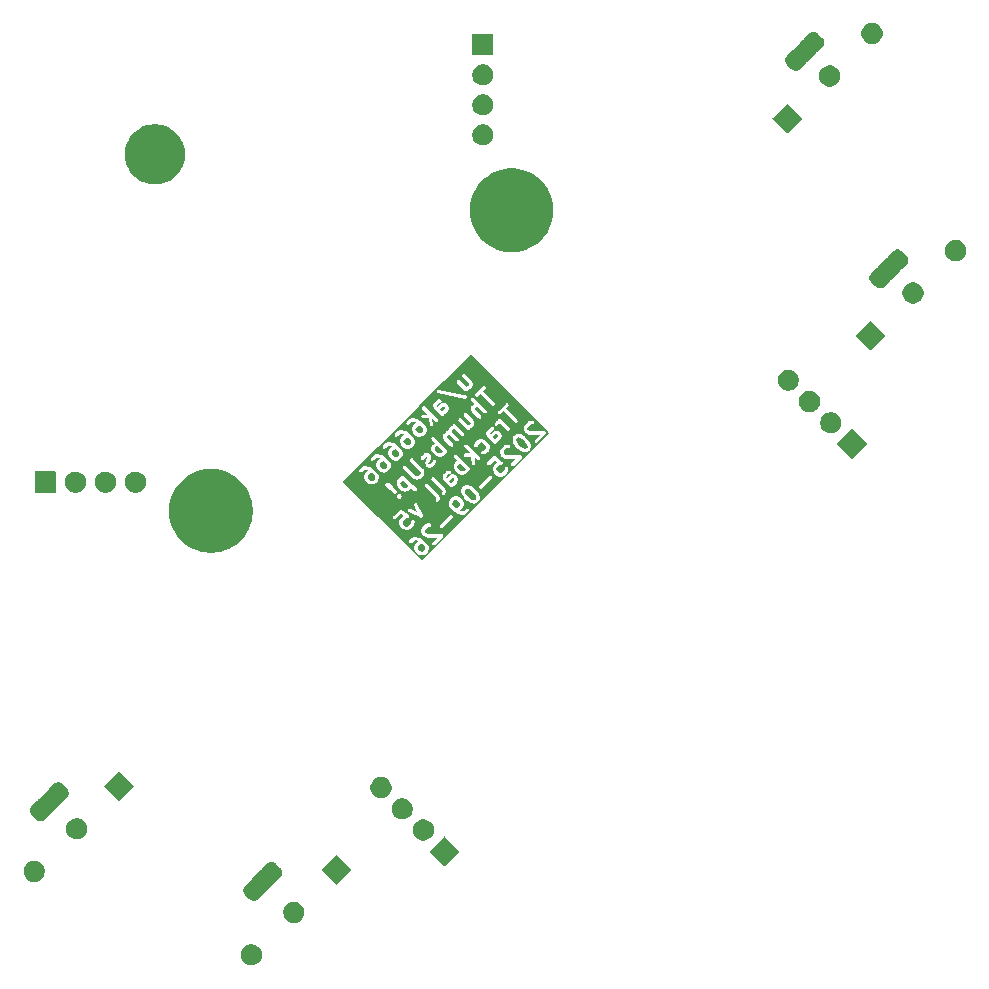
<source format=gbr>
G04 #@! TF.GenerationSoftware,KiCad,Pcbnew,9.0.2*
G04 #@! TF.CreationDate,2025-09-26T14:37:57-04:00*
G04 #@! TF.ProjectId,Trackball,54726163-6b62-4616-9c6c-2e6b69636164,rev?*
G04 #@! TF.SameCoordinates,Original*
G04 #@! TF.FileFunction,Soldermask,Bot*
G04 #@! TF.FilePolarity,Negative*
%FSLAX46Y46*%
G04 Gerber Fmt 4.6, Leading zero omitted, Abs format (unit mm)*
G04 Created by KiCad (PCBNEW 9.0.2) date 2025-09-26 14:37:57*
%MOMM*%
%LPD*%
G01*
G04 APERTURE LIST*
G04 APERTURE END LIST*
G36*
X200491836Y-130477400D02*
G01*
X200655181Y-130545059D01*
X200802187Y-130643286D01*
X200927206Y-130768305D01*
X201025433Y-130915311D01*
X201093092Y-131078656D01*
X201127585Y-131252062D01*
X201127585Y-131428866D01*
X201093092Y-131602272D01*
X201025433Y-131765617D01*
X200927206Y-131912623D01*
X200802187Y-132037642D01*
X200655181Y-132135869D01*
X200491836Y-132203528D01*
X200318430Y-132238021D01*
X200141626Y-132238021D01*
X199968220Y-132203528D01*
X199804875Y-132135869D01*
X199657869Y-132037642D01*
X199532850Y-131912623D01*
X199434623Y-131765617D01*
X199366964Y-131602272D01*
X199332471Y-131428866D01*
X199332471Y-131252062D01*
X199366964Y-131078656D01*
X199434623Y-130915311D01*
X199532850Y-130768305D01*
X199657869Y-130643286D01*
X199804875Y-130545059D01*
X199968220Y-130477400D01*
X200141626Y-130442907D01*
X200318430Y-130442907D01*
X200491836Y-130477400D01*
G37*
G36*
X204083939Y-126885297D02*
G01*
X204247284Y-126952956D01*
X204394290Y-127051183D01*
X204519309Y-127176202D01*
X204617536Y-127323208D01*
X204685195Y-127486553D01*
X204719688Y-127659959D01*
X204719688Y-127836763D01*
X204685195Y-128010169D01*
X204617536Y-128173514D01*
X204519309Y-128320520D01*
X204394290Y-128445539D01*
X204247284Y-128543766D01*
X204083939Y-128611425D01*
X203910533Y-128645918D01*
X203733729Y-128645918D01*
X203560323Y-128611425D01*
X203396978Y-128543766D01*
X203249972Y-128445539D01*
X203124953Y-128320520D01*
X203026726Y-128173514D01*
X202959067Y-128010169D01*
X202924574Y-127836763D01*
X202924574Y-127659959D01*
X202959067Y-127486553D01*
X203026726Y-127323208D01*
X203124953Y-127176202D01*
X203249972Y-127051183D01*
X203396978Y-126952956D01*
X203560323Y-126885297D01*
X203733729Y-126850804D01*
X203910533Y-126850804D01*
X204083939Y-126885297D01*
G37*
G36*
X202020983Y-123479165D02*
G01*
X202028892Y-123481284D01*
X202028897Y-123481285D01*
X202139149Y-123510827D01*
X202139153Y-123510828D01*
X202147062Y-123512948D01*
X202160568Y-123518543D01*
X202167659Y-123522637D01*
X202167661Y-123522638D01*
X202266510Y-123579709D01*
X202266512Y-123579710D01*
X202273607Y-123583807D01*
X202285205Y-123592706D01*
X202290998Y-123598499D01*
X202318444Y-123625944D01*
X202330343Y-123634157D01*
X202334378Y-123635829D01*
X202687931Y-123989382D01*
X202692207Y-123999707D01*
X202714005Y-124021506D01*
X202731054Y-124038555D01*
X202739953Y-124050153D01*
X202805217Y-124163192D01*
X202810812Y-124176698D01*
X202844595Y-124302777D01*
X202846503Y-124317271D01*
X202846503Y-124447797D01*
X202844595Y-124462291D01*
X202810812Y-124588369D01*
X202805217Y-124601875D01*
X202739953Y-124714914D01*
X202731054Y-124726512D01*
X202725258Y-124732307D01*
X202725258Y-124732308D01*
X202697814Y-124759752D01*
X202689601Y-124771650D01*
X202687931Y-124775685D01*
X202299022Y-125164594D01*
X202276714Y-125173834D01*
X202274971Y-125174888D01*
X202274033Y-125174944D01*
X202259424Y-125180996D01*
X202248538Y-125176487D01*
X202237300Y-125177167D01*
X202195520Y-125195969D01*
X202155198Y-125236292D01*
X202137716Y-125268999D01*
X202132422Y-125295613D01*
X202133647Y-125301773D01*
X202129766Y-125321290D01*
X202118710Y-125337835D01*
X201411603Y-126044942D01*
X201395058Y-126055998D01*
X201375541Y-126059879D01*
X201369382Y-126058654D01*
X201342767Y-126063948D01*
X201310060Y-126081430D01*
X201267906Y-126123583D01*
X201249335Y-126172550D01*
X201254764Y-126185656D01*
X201238362Y-126225254D01*
X200849453Y-126614163D01*
X200839126Y-126618439D01*
X200806076Y-126651490D01*
X200800280Y-126657286D01*
X200788682Y-126666185D01*
X200675643Y-126731449D01*
X200662137Y-126737044D01*
X200536059Y-126770827D01*
X200521565Y-126772735D01*
X200513375Y-126772735D01*
X200399234Y-126772735D01*
X200391039Y-126772735D01*
X200376545Y-126770827D01*
X200250466Y-126737044D01*
X200236960Y-126731449D01*
X200123921Y-126666185D01*
X200112323Y-126657286D01*
X200106527Y-126651490D01*
X200079082Y-126624046D01*
X200067184Y-126615833D01*
X200063150Y-126614163D01*
X199709597Y-126260610D01*
X199705319Y-126250283D01*
X199672267Y-126217230D01*
X199666474Y-126211437D01*
X199657575Y-126199839D01*
X199642519Y-126173763D01*
X199596406Y-126093893D01*
X199596405Y-126093891D01*
X199592311Y-126086800D01*
X199586716Y-126073294D01*
X199584596Y-126065385D01*
X199584595Y-126065381D01*
X199555053Y-125955129D01*
X199555052Y-125955124D01*
X199552933Y-125947215D01*
X199551025Y-125932721D01*
X199551025Y-125802195D01*
X199552933Y-125787701D01*
X199586716Y-125661623D01*
X199592311Y-125648117D01*
X199596405Y-125641025D01*
X199596408Y-125641019D01*
X199653477Y-125542174D01*
X199653481Y-125542168D01*
X199657575Y-125535078D01*
X199666474Y-125523480D01*
X199672260Y-125517693D01*
X199672270Y-125517681D01*
X199699712Y-125490240D01*
X199707926Y-125478340D01*
X199709597Y-125474307D01*
X199712825Y-125471078D01*
X199712826Y-125471077D01*
X200087774Y-125096129D01*
X200087776Y-125096127D01*
X200098506Y-125085398D01*
X200120803Y-125076162D01*
X200122557Y-125075102D01*
X200123500Y-125075044D01*
X200138104Y-125068996D01*
X200148986Y-125073503D01*
X200160230Y-125072824D01*
X200202007Y-125054021D01*
X200242329Y-125013699D01*
X200259810Y-124980994D01*
X200265104Y-124954372D01*
X200263881Y-124948219D01*
X200267762Y-124928702D01*
X200278818Y-124912157D01*
X200751369Y-124439606D01*
X200977220Y-124213754D01*
X200977223Y-124213751D01*
X200985925Y-124205050D01*
X201002470Y-124193994D01*
X201021987Y-124190113D01*
X201028141Y-124191336D01*
X201054762Y-124186042D01*
X201087467Y-124168561D01*
X201129620Y-124126409D01*
X201148191Y-124077440D01*
X201142764Y-124064336D01*
X201159166Y-124024738D01*
X201162396Y-124021507D01*
X201162397Y-124021506D01*
X201537345Y-123646558D01*
X201537347Y-123646556D01*
X201548075Y-123635829D01*
X201558400Y-123631551D01*
X201591449Y-123598502D01*
X201591461Y-123598492D01*
X201597248Y-123592706D01*
X201608846Y-123583807D01*
X201615936Y-123579713D01*
X201615942Y-123579709D01*
X201714787Y-123522640D01*
X201714793Y-123522637D01*
X201721885Y-123518543D01*
X201735391Y-123512948D01*
X201861469Y-123479165D01*
X201875963Y-123477257D01*
X202006489Y-123477257D01*
X202020983Y-123479165D01*
G37*
G36*
X207433750Y-122905787D02*
G01*
X207450295Y-122916842D01*
X208653650Y-124120197D01*
X208664705Y-124136742D01*
X208668587Y-124156259D01*
X208664705Y-124175776D01*
X208653650Y-124192321D01*
X207450295Y-125395676D01*
X207433750Y-125406731D01*
X207414233Y-125410613D01*
X207394716Y-125406731D01*
X207378171Y-125395676D01*
X206174816Y-124192321D01*
X206163761Y-124175776D01*
X206159879Y-124156259D01*
X206163761Y-124136742D01*
X206174816Y-124120197D01*
X207378171Y-122916842D01*
X207394716Y-122905787D01*
X207414233Y-122901905D01*
X207433750Y-122905787D01*
G37*
G36*
X182107059Y-123406333D02*
G01*
X182270404Y-123473992D01*
X182417410Y-123572219D01*
X182542429Y-123697238D01*
X182640656Y-123844244D01*
X182708315Y-124007589D01*
X182742808Y-124180995D01*
X182742808Y-124357799D01*
X182708315Y-124531205D01*
X182640656Y-124694550D01*
X182542429Y-124841556D01*
X182417410Y-124966575D01*
X182270404Y-125064802D01*
X182107059Y-125132461D01*
X181933653Y-125166954D01*
X181756849Y-125166954D01*
X181583443Y-125132461D01*
X181420098Y-125064802D01*
X181273092Y-124966575D01*
X181148073Y-124841556D01*
X181049846Y-124694550D01*
X180982187Y-124531205D01*
X180947694Y-124357799D01*
X180947694Y-124180995D01*
X180982187Y-124007589D01*
X181049846Y-123844244D01*
X181148073Y-123697238D01*
X181273092Y-123572219D01*
X181420098Y-123473992D01*
X181583443Y-123406333D01*
X181756849Y-123371840D01*
X181933653Y-123371840D01*
X182107059Y-123406333D01*
G37*
G36*
X216614824Y-121317483D02*
G01*
X216631369Y-121328539D01*
X217833451Y-122530621D01*
X217844507Y-122547166D01*
X217848388Y-122566683D01*
X217844507Y-122586200D01*
X217833451Y-122602745D01*
X216631369Y-123804827D01*
X216614824Y-123815883D01*
X216595307Y-123819764D01*
X216575790Y-123815883D01*
X216559245Y-123804827D01*
X215357163Y-122602745D01*
X215346107Y-122586200D01*
X215342226Y-122566683D01*
X215346107Y-122547166D01*
X215357163Y-122530621D01*
X216221092Y-121666692D01*
X216550540Y-121337243D01*
X216550543Y-121337240D01*
X216559245Y-121328539D01*
X216575790Y-121317483D01*
X216595307Y-121313602D01*
X216614824Y-121317483D01*
G37*
G36*
X215060802Y-119908429D02*
G01*
X215223984Y-119976021D01*
X215370844Y-120074150D01*
X215495738Y-120199044D01*
X215593867Y-120345904D01*
X215661459Y-120509086D01*
X215695917Y-120682319D01*
X215695917Y-120858945D01*
X215661459Y-121032178D01*
X215593867Y-121195360D01*
X215495738Y-121342220D01*
X215370844Y-121467114D01*
X215223984Y-121565243D01*
X215060802Y-121632835D01*
X214887569Y-121667293D01*
X214710943Y-121667293D01*
X214537710Y-121632835D01*
X214374528Y-121565243D01*
X214227668Y-121467114D01*
X214102774Y-121342220D01*
X214004645Y-121195360D01*
X213937053Y-121032178D01*
X213902595Y-120858945D01*
X213902595Y-120682319D01*
X213937053Y-120509086D01*
X214004645Y-120345904D01*
X214102774Y-120199044D01*
X214227668Y-120074150D01*
X214374528Y-119976021D01*
X214537710Y-119908429D01*
X214710943Y-119873971D01*
X214887569Y-119873971D01*
X215060802Y-119908429D01*
G37*
G36*
X185699162Y-119814230D02*
G01*
X185862507Y-119881889D01*
X186009513Y-119980116D01*
X186134532Y-120105135D01*
X186232759Y-120252141D01*
X186300418Y-120415486D01*
X186334911Y-120588892D01*
X186334911Y-120765696D01*
X186300418Y-120939102D01*
X186232759Y-121102447D01*
X186134532Y-121249453D01*
X186009513Y-121374472D01*
X185862507Y-121472699D01*
X185699162Y-121540358D01*
X185525756Y-121574851D01*
X185348952Y-121574851D01*
X185175546Y-121540358D01*
X185012201Y-121472699D01*
X184865195Y-121374472D01*
X184740176Y-121249453D01*
X184641949Y-121102447D01*
X184574290Y-120939102D01*
X184539797Y-120765696D01*
X184539797Y-120588892D01*
X184574290Y-120415486D01*
X184641949Y-120252141D01*
X184740176Y-120105135D01*
X184865195Y-119980116D01*
X185012201Y-119881889D01*
X185175546Y-119814230D01*
X185348952Y-119779737D01*
X185525756Y-119779737D01*
X185699162Y-119814230D01*
G37*
G36*
X183961476Y-116733366D02*
G01*
X183969385Y-116735485D01*
X183969390Y-116735486D01*
X184079642Y-116765028D01*
X184079646Y-116765029D01*
X184087555Y-116767149D01*
X184101061Y-116772744D01*
X184108152Y-116776838D01*
X184108154Y-116776839D01*
X184207003Y-116833910D01*
X184207005Y-116833911D01*
X184214100Y-116838008D01*
X184225698Y-116846907D01*
X184231491Y-116852700D01*
X184258937Y-116880145D01*
X184270836Y-116888358D01*
X184274871Y-116890030D01*
X184628424Y-117243583D01*
X184632700Y-117253908D01*
X184654498Y-117275707D01*
X184671547Y-117292756D01*
X184680446Y-117304354D01*
X184745710Y-117417393D01*
X184751305Y-117430899D01*
X184785088Y-117556978D01*
X184786996Y-117571472D01*
X184786996Y-117701998D01*
X184785088Y-117716492D01*
X184751305Y-117842570D01*
X184745710Y-117856076D01*
X184680446Y-117969115D01*
X184671547Y-117980713D01*
X184665751Y-117986508D01*
X184665751Y-117986509D01*
X184638307Y-118013953D01*
X184630094Y-118025851D01*
X184628424Y-118029886D01*
X184239515Y-118418795D01*
X184217207Y-118428035D01*
X184215464Y-118429089D01*
X184214526Y-118429145D01*
X184199917Y-118435197D01*
X184189031Y-118430688D01*
X184177793Y-118431368D01*
X184136013Y-118450170D01*
X184095691Y-118490493D01*
X184078209Y-118523200D01*
X184072915Y-118549814D01*
X184074140Y-118555974D01*
X184070259Y-118575491D01*
X184059203Y-118592036D01*
X183352096Y-119299143D01*
X183335551Y-119310199D01*
X183316034Y-119314080D01*
X183309875Y-119312855D01*
X183283260Y-119318149D01*
X183250553Y-119335631D01*
X183208399Y-119377784D01*
X183189828Y-119426751D01*
X183195257Y-119439857D01*
X183178855Y-119479455D01*
X182789946Y-119868364D01*
X182779619Y-119872640D01*
X182746569Y-119905691D01*
X182740773Y-119911487D01*
X182729175Y-119920386D01*
X182616136Y-119985650D01*
X182602630Y-119991245D01*
X182476552Y-120025028D01*
X182462058Y-120026936D01*
X182453868Y-120026936D01*
X182339727Y-120026936D01*
X182331532Y-120026936D01*
X182317038Y-120025028D01*
X182190959Y-119991245D01*
X182177453Y-119985650D01*
X182064414Y-119920386D01*
X182052816Y-119911487D01*
X182047020Y-119905691D01*
X182019575Y-119878247D01*
X182007677Y-119870034D01*
X182003643Y-119868364D01*
X181650090Y-119514811D01*
X181645812Y-119504484D01*
X181612760Y-119471431D01*
X181606967Y-119465638D01*
X181598068Y-119454040D01*
X181583012Y-119427964D01*
X181536899Y-119348094D01*
X181536898Y-119348092D01*
X181532804Y-119341001D01*
X181527209Y-119327495D01*
X181525089Y-119319586D01*
X181525088Y-119319582D01*
X181495546Y-119209330D01*
X181495545Y-119209325D01*
X181493426Y-119201416D01*
X181491518Y-119186922D01*
X181491518Y-119056396D01*
X181493426Y-119041902D01*
X181527209Y-118915824D01*
X181532804Y-118902318D01*
X181536898Y-118895226D01*
X181536901Y-118895220D01*
X181593970Y-118796375D01*
X181593974Y-118796369D01*
X181598068Y-118789279D01*
X181606967Y-118777681D01*
X181612753Y-118771894D01*
X181612763Y-118771882D01*
X181640205Y-118744441D01*
X181648419Y-118732541D01*
X181650090Y-118728508D01*
X181653318Y-118725279D01*
X181653319Y-118725278D01*
X182028267Y-118350330D01*
X182028269Y-118350328D01*
X182038999Y-118339599D01*
X182061296Y-118330363D01*
X182063050Y-118329303D01*
X182063993Y-118329245D01*
X182078597Y-118323197D01*
X182089479Y-118327704D01*
X182100723Y-118327025D01*
X182142500Y-118308222D01*
X182182822Y-118267900D01*
X182200303Y-118235195D01*
X182205597Y-118208573D01*
X182204374Y-118202420D01*
X182208255Y-118182903D01*
X182219311Y-118166358D01*
X182691862Y-117693807D01*
X182917713Y-117467955D01*
X182917716Y-117467952D01*
X182926418Y-117459251D01*
X182942963Y-117448195D01*
X182962480Y-117444314D01*
X182968634Y-117445537D01*
X182995255Y-117440243D01*
X183027960Y-117422762D01*
X183070113Y-117380610D01*
X183088684Y-117331641D01*
X183083257Y-117318537D01*
X183099659Y-117278939D01*
X183102889Y-117275708D01*
X183102890Y-117275707D01*
X183477838Y-116900759D01*
X183477840Y-116900757D01*
X183488568Y-116890030D01*
X183498893Y-116885752D01*
X183531942Y-116852703D01*
X183531954Y-116852693D01*
X183537741Y-116846907D01*
X183549339Y-116838008D01*
X183556429Y-116833914D01*
X183556435Y-116833910D01*
X183655280Y-116776841D01*
X183655286Y-116776838D01*
X183662378Y-116772744D01*
X183675884Y-116767149D01*
X183801962Y-116733366D01*
X183816456Y-116731458D01*
X183946982Y-116731458D01*
X183961476Y-116733366D01*
G37*
G36*
X213264751Y-118112378D02*
G01*
X213427933Y-118179970D01*
X213574793Y-118278099D01*
X213699687Y-118402993D01*
X213797816Y-118549853D01*
X213865408Y-118713035D01*
X213899866Y-118886268D01*
X213899866Y-119062894D01*
X213865408Y-119236127D01*
X213797816Y-119399309D01*
X213699687Y-119546169D01*
X213574793Y-119671063D01*
X213427933Y-119769192D01*
X213264751Y-119836784D01*
X213091518Y-119871242D01*
X212914892Y-119871242D01*
X212741659Y-119836784D01*
X212578477Y-119769192D01*
X212431617Y-119671063D01*
X212306723Y-119546169D01*
X212208594Y-119399309D01*
X212141002Y-119236127D01*
X212106544Y-119062894D01*
X212106544Y-118886268D01*
X212141002Y-118713035D01*
X212208594Y-118549853D01*
X212306723Y-118402993D01*
X212431617Y-118278099D01*
X212578477Y-118179970D01*
X212741659Y-118112378D01*
X212914892Y-118077920D01*
X213091518Y-118077920D01*
X213264751Y-118112378D01*
G37*
G36*
X189048973Y-115834720D02*
G01*
X189065518Y-115845775D01*
X190268873Y-117049130D01*
X190279928Y-117065675D01*
X190283810Y-117085192D01*
X190279928Y-117104709D01*
X190268873Y-117121254D01*
X189065518Y-118324609D01*
X189048973Y-118335664D01*
X189029456Y-118339546D01*
X189009939Y-118335664D01*
X188993394Y-118324609D01*
X187790039Y-117121254D01*
X187778984Y-117104709D01*
X187775102Y-117085192D01*
X187778984Y-117065675D01*
X187790039Y-117049130D01*
X188993394Y-115845775D01*
X189009939Y-115834720D01*
X189029456Y-115830838D01*
X189048973Y-115834720D01*
G37*
G36*
X211468699Y-116316326D02*
G01*
X211631881Y-116383918D01*
X211778741Y-116482047D01*
X211903635Y-116606941D01*
X212001764Y-116753801D01*
X212069356Y-116916983D01*
X212103814Y-117090216D01*
X212103814Y-117266842D01*
X212069356Y-117440075D01*
X212001764Y-117603257D01*
X211903635Y-117750117D01*
X211778741Y-117875011D01*
X211631881Y-117973140D01*
X211468699Y-118040732D01*
X211295466Y-118075190D01*
X211118840Y-118075190D01*
X210945607Y-118040732D01*
X210782425Y-117973140D01*
X210635565Y-117875011D01*
X210510671Y-117750117D01*
X210412542Y-117603257D01*
X210344950Y-117440075D01*
X210310492Y-117266842D01*
X210310492Y-117090216D01*
X210344950Y-116916983D01*
X210412542Y-116753801D01*
X210510671Y-116606941D01*
X210635565Y-116482047D01*
X210782425Y-116383918D01*
X210945607Y-116316326D01*
X211118840Y-116281868D01*
X211295466Y-116281868D01*
X211468699Y-116316326D01*
G37*
G36*
X214743260Y-96594616D02*
G01*
X214945721Y-96797077D01*
X214977334Y-96891915D01*
X214977334Y-96944245D01*
X214945721Y-97039083D01*
X214793768Y-97191036D01*
X214698929Y-97222649D01*
X214646600Y-97222649D01*
X214551760Y-97191036D01*
X214349301Y-96988577D01*
X214317689Y-96893738D01*
X214317689Y-96841407D01*
X214349301Y-96746569D01*
X214501254Y-96594616D01*
X214596093Y-96563004D01*
X214648425Y-96563004D01*
X214743260Y-96594616D01*
G37*
G36*
X217672702Y-92857052D02*
G01*
X217875162Y-93059512D01*
X217906775Y-93154351D01*
X217906775Y-93206681D01*
X217875162Y-93301520D01*
X217723210Y-93453472D01*
X217628371Y-93485085D01*
X217576042Y-93485085D01*
X217481202Y-93453472D01*
X217278742Y-93251012D01*
X217247130Y-93156176D01*
X217247130Y-93103842D01*
X217278742Y-93009006D01*
X217430696Y-92857052D01*
X217525531Y-92825440D01*
X217577867Y-92825440D01*
X217672702Y-92857052D01*
G37*
G36*
X218650318Y-91903399D02*
G01*
X218872903Y-92036949D01*
X219099327Y-92263373D01*
X219232878Y-92485959D01*
X219270481Y-92598768D01*
X219270481Y-92651098D01*
X219238868Y-92745936D01*
X219187930Y-92796874D01*
X219093095Y-92828487D01*
X219040763Y-92828487D01*
X218927953Y-92790884D01*
X218705368Y-92657333D01*
X218478945Y-92430910D01*
X218345393Y-92208324D01*
X218307790Y-92095516D01*
X218307790Y-92043182D01*
X218339402Y-91948346D01*
X218390340Y-91897408D01*
X218485179Y-91865796D01*
X218537511Y-91865796D01*
X218650318Y-91903399D01*
G37*
G36*
X213535557Y-91598844D02*
G01*
X213525563Y-91628827D01*
X213373611Y-91780779D01*
X213278772Y-91812392D01*
X213226443Y-91812392D01*
X213131603Y-91780779D01*
X212878636Y-91527812D01*
X212847024Y-91432973D01*
X212847024Y-91380643D01*
X212878636Y-91285804D01*
X213030589Y-91133852D01*
X213060571Y-91123858D01*
X213535557Y-91598844D01*
G37*
G36*
X217354057Y-90972673D02*
G01*
X217404995Y-91023610D01*
X217428493Y-91094107D01*
X217404995Y-91164603D01*
X217202535Y-91367062D01*
X217172552Y-91377056D01*
X216990618Y-91195122D01*
X217213067Y-90972673D01*
X217283562Y-90949174D01*
X217354057Y-90972673D01*
G37*
G36*
X210504332Y-90587923D02*
G01*
X210706793Y-90790384D01*
X210738406Y-90885222D01*
X210738406Y-90937552D01*
X210706793Y-91032390D01*
X210554840Y-91184343D01*
X210460005Y-91215956D01*
X210407673Y-91215956D01*
X210312834Y-91184343D01*
X210110373Y-90981882D01*
X210078761Y-90887046D01*
X210078761Y-90834712D01*
X210110373Y-90739876D01*
X210262326Y-90587923D01*
X210357165Y-90556311D01*
X210409497Y-90556311D01*
X210504332Y-90587923D01*
G37*
G36*
X218374634Y-90174974D02*
G01*
X218364640Y-90204958D01*
X218212687Y-90356910D01*
X218117852Y-90388523D01*
X218065520Y-90388523D01*
X217970681Y-90356910D01*
X217717713Y-90103942D01*
X217686101Y-90009103D01*
X217686101Y-89956773D01*
X217717713Y-89861934D01*
X217869666Y-89709982D01*
X217899648Y-89699988D01*
X218374634Y-90174974D01*
G37*
G36*
X211514484Y-89577771D02*
G01*
X211716945Y-89780232D01*
X211748558Y-89875070D01*
X211748558Y-89927400D01*
X211716945Y-90022238D01*
X211564992Y-90174191D01*
X211470157Y-90205804D01*
X211417825Y-90205804D01*
X211322986Y-90174191D01*
X211120525Y-89971730D01*
X211088913Y-89876894D01*
X211088913Y-89824560D01*
X211120525Y-89729724D01*
X211272478Y-89577771D01*
X211367317Y-89546159D01*
X211419649Y-89546159D01*
X211514484Y-89577771D01*
G37*
G36*
X212524638Y-88567619D02*
G01*
X212727097Y-88770078D01*
X212758710Y-88864917D01*
X212758710Y-88917248D01*
X212727097Y-89012086D01*
X212575144Y-89164039D01*
X212480309Y-89195652D01*
X212427977Y-89195652D01*
X212333138Y-89164039D01*
X212130677Y-88961578D01*
X212099065Y-88866742D01*
X212099065Y-88814408D01*
X212130677Y-88719572D01*
X212282630Y-88567619D01*
X212377469Y-88536007D01*
X212429799Y-88536007D01*
X212524638Y-88567619D01*
G37*
G36*
X216465000Y-88669401D02*
G01*
X216455006Y-88699384D01*
X216303053Y-88851337D01*
X216208218Y-88882950D01*
X216155886Y-88882950D01*
X216061047Y-88851337D01*
X215808079Y-88598369D01*
X215776467Y-88503530D01*
X215776467Y-88451200D01*
X215808079Y-88356361D01*
X215960032Y-88204409D01*
X215990014Y-88194415D01*
X216465000Y-88669401D01*
G37*
G36*
X222993976Y-87559744D02*
G01*
X223216560Y-87693295D01*
X223442982Y-87919717D01*
X223576532Y-88142300D01*
X223614136Y-88255112D01*
X223614136Y-88307443D01*
X223582523Y-88402282D01*
X223531587Y-88453218D01*
X223436747Y-88484831D01*
X223384418Y-88484831D01*
X223271604Y-88447227D01*
X223049023Y-88313678D01*
X222822600Y-88087255D01*
X222689048Y-87864669D01*
X222651445Y-87751861D01*
X222651445Y-87699527D01*
X222683057Y-87604691D01*
X222733994Y-87553753D01*
X222828834Y-87522141D01*
X222881163Y-87522141D01*
X222993976Y-87559744D01*
G37*
G36*
X213534789Y-87557466D02*
G01*
X213737250Y-87759927D01*
X213768863Y-87854765D01*
X213768863Y-87907095D01*
X213737250Y-88001933D01*
X213585297Y-88153886D01*
X213490459Y-88185499D01*
X213438129Y-88185499D01*
X213343289Y-88153886D01*
X213140830Y-87951427D01*
X213109218Y-87856588D01*
X213109218Y-87804257D01*
X213140830Y-87709419D01*
X213292783Y-87557466D01*
X213387622Y-87525854D01*
X213439954Y-87525854D01*
X213534789Y-87557466D01*
G37*
G36*
X221041114Y-87285616D02*
G01*
X221092052Y-87336553D01*
X221115550Y-87407050D01*
X221092052Y-87477546D01*
X220889592Y-87680005D01*
X220859609Y-87689999D01*
X220677675Y-87508065D01*
X220900124Y-87285616D01*
X220970619Y-87262117D01*
X221041114Y-87285616D01*
G37*
G36*
X214544941Y-86547314D02*
G01*
X214747402Y-86749775D01*
X214779015Y-86844613D01*
X214779015Y-86896943D01*
X214747402Y-86991781D01*
X214595450Y-87143734D01*
X214500611Y-87175347D01*
X214448282Y-87175347D01*
X214353442Y-87143734D01*
X214150982Y-86941273D01*
X214119370Y-86846437D01*
X214119370Y-86794103D01*
X214150982Y-86699267D01*
X214302935Y-86547314D01*
X214397774Y-86515702D01*
X214450106Y-86515702D01*
X214544941Y-86547314D01*
G37*
G36*
X216565247Y-84931070D02*
G01*
X216616184Y-84982007D01*
X216639682Y-85052503D01*
X216616184Y-85122999D01*
X216413725Y-85325459D01*
X216383741Y-85335453D01*
X216201807Y-85153519D01*
X216424255Y-84931070D01*
X216494751Y-84907572D01*
X216565247Y-84931070D01*
G37*
G36*
X225472625Y-87172149D02*
G01*
X214672765Y-97972008D01*
X213033991Y-96333234D01*
X213566002Y-96333234D01*
X213566002Y-96391760D01*
X213588399Y-96445833D01*
X213629785Y-96487218D01*
X213683857Y-96509615D01*
X213742383Y-96509615D01*
X213796456Y-96487218D01*
X213819186Y-96468563D01*
X213996176Y-96291571D01*
X214091016Y-96259959D01*
X214152837Y-96259959D01*
X214365331Y-96302457D01*
X214388088Y-96316111D01*
X214372793Y-96321210D01*
X214345942Y-96333198D01*
X214341871Y-96336728D01*
X214336892Y-96338791D01*
X214314161Y-96357446D01*
X214112130Y-96559477D01*
X214093475Y-96582208D01*
X214091412Y-96587187D01*
X214087882Y-96591258D01*
X214075893Y-96618109D01*
X214025386Y-96769631D01*
X214022086Y-96784143D01*
X214020571Y-96787801D01*
X214020048Y-96793103D01*
X214018866Y-96798305D01*
X214019147Y-96802259D01*
X214017689Y-96817065D01*
X214017689Y-96918081D01*
X214019147Y-96932886D01*
X214018866Y-96936841D01*
X214020048Y-96942042D01*
X214020571Y-96947345D01*
X214022086Y-96951002D01*
X214025386Y-96965515D01*
X214075893Y-97117038D01*
X214087881Y-97143888D01*
X214091412Y-97147959D01*
X214093475Y-97152939D01*
X214112130Y-97175670D01*
X214364668Y-97428208D01*
X214387399Y-97446863D01*
X214392376Y-97448924D01*
X214396449Y-97452457D01*
X214423300Y-97464445D01*
X214574823Y-97514952D01*
X214589335Y-97518251D01*
X214592993Y-97519767D01*
X214598295Y-97520289D01*
X214603497Y-97521472D01*
X214607451Y-97521190D01*
X214622257Y-97522649D01*
X214723272Y-97522649D01*
X214738077Y-97521190D01*
X214742032Y-97521472D01*
X214747233Y-97520289D01*
X214752536Y-97519767D01*
X214756193Y-97518251D01*
X214770706Y-97514952D01*
X214922229Y-97464445D01*
X214949079Y-97452457D01*
X214953150Y-97448925D01*
X214958130Y-97446863D01*
X214980861Y-97428208D01*
X215182892Y-97226177D01*
X215201547Y-97203446D01*
X215203609Y-97198466D01*
X215207140Y-97194396D01*
X215219128Y-97167545D01*
X215269636Y-97016023D01*
X215272935Y-97001513D01*
X215274452Y-96997852D01*
X215274974Y-96992543D01*
X215276156Y-96987349D01*
X215275875Y-96983399D01*
X215277334Y-96968588D01*
X215277334Y-96867573D01*
X215275875Y-96852761D01*
X215276156Y-96848812D01*
X215274974Y-96843617D01*
X215274452Y-96838309D01*
X215272935Y-96834647D01*
X215269636Y-96820138D01*
X215219128Y-96668616D01*
X215207140Y-96641765D01*
X215203609Y-96637694D01*
X215201547Y-96632715D01*
X215182892Y-96609984D01*
X214778831Y-96205923D01*
X214774867Y-96202670D01*
X214773550Y-96200892D01*
X214764655Y-96194289D01*
X214756100Y-96187268D01*
X214754056Y-96186421D01*
X214749939Y-96183365D01*
X214497401Y-96031842D01*
X214480851Y-96024005D01*
X214477774Y-96021944D01*
X214474203Y-96020856D01*
X214470825Y-96019257D01*
X214467156Y-96018711D01*
X214449644Y-96013379D01*
X214197106Y-95962872D01*
X214197003Y-95962861D01*
X214196953Y-95962841D01*
X214182209Y-95961389D01*
X214167845Y-95959959D01*
X214167793Y-95959969D01*
X214167689Y-95959959D01*
X214066673Y-95959959D01*
X214051867Y-95961417D01*
X214047913Y-95961136D01*
X214042711Y-95962318D01*
X214037409Y-95962841D01*
X214033751Y-95964356D01*
X214019239Y-95967656D01*
X213867716Y-96018163D01*
X213840865Y-96030151D01*
X213836793Y-96033682D01*
X213831814Y-96035745D01*
X213809084Y-96054400D01*
X213607054Y-96256431D01*
X213588399Y-96279162D01*
X213566002Y-96333234D01*
X213033991Y-96333234D01*
X212103609Y-95402852D01*
X214623780Y-95402852D01*
X214623780Y-95503867D01*
X214625238Y-95518672D01*
X214624957Y-95522627D01*
X214626139Y-95527828D01*
X214626662Y-95533131D01*
X214628177Y-95536788D01*
X214631477Y-95551301D01*
X214681984Y-95702824D01*
X214693972Y-95729674D01*
X214697503Y-95733745D01*
X214699566Y-95738725D01*
X214718221Y-95761456D01*
X214819237Y-95862472D01*
X214830739Y-95871912D01*
X214833335Y-95874905D01*
X214837844Y-95877743D01*
X214841967Y-95881127D01*
X214845629Y-95882643D01*
X214858221Y-95890570D01*
X215060251Y-95991585D01*
X215087714Y-96002094D01*
X215093088Y-96002475D01*
X215098069Y-96004539D01*
X215127333Y-96007421D01*
X215977384Y-96007421D01*
X215576851Y-96407954D01*
X215558196Y-96430685D01*
X215535799Y-96484757D01*
X215535799Y-96543283D01*
X215558196Y-96597355D01*
X215599582Y-96638741D01*
X215653654Y-96661138D01*
X215712180Y-96661138D01*
X215766252Y-96638741D01*
X215788983Y-96620086D01*
X216445582Y-95963487D01*
X216464237Y-95940757D01*
X216482345Y-95897039D01*
X216486634Y-95886685D01*
X216486634Y-95828157D01*
X216474997Y-95800063D01*
X216464237Y-95774086D01*
X216422851Y-95732700D01*
X216384433Y-95716787D01*
X216368780Y-95710303D01*
X216339516Y-95707421D01*
X215162743Y-95707421D01*
X215014157Y-95633128D01*
X214955392Y-95574363D01*
X214923780Y-95479524D01*
X214923780Y-95427194D01*
X214955392Y-95332355D01*
X215157852Y-95129896D01*
X215252691Y-95098284D01*
X215329364Y-95098284D01*
X215358628Y-95095402D01*
X215412700Y-95073004D01*
X215454084Y-95031620D01*
X215458882Y-95020036D01*
X216192398Y-95020036D01*
X216192398Y-95078562D01*
X216214795Y-95132634D01*
X216256181Y-95174020D01*
X216310253Y-95196417D01*
X216368779Y-95196417D01*
X216422851Y-95174020D01*
X216445582Y-95155365D01*
X217253704Y-94347243D01*
X217272359Y-94324512D01*
X217294756Y-94270440D01*
X217294756Y-94211914D01*
X217272359Y-94157842D01*
X217230973Y-94116456D01*
X217176901Y-94094059D01*
X217118375Y-94094059D01*
X217064303Y-94116456D01*
X217041572Y-94135111D01*
X216233450Y-94943233D01*
X216214795Y-94965964D01*
X216192398Y-95020036D01*
X215458882Y-95020036D01*
X215476482Y-94977548D01*
X215476482Y-94919020D01*
X215454084Y-94864948D01*
X215412700Y-94823564D01*
X215358628Y-94801166D01*
X215329364Y-94798284D01*
X215228348Y-94798284D01*
X215213536Y-94799742D01*
X215209588Y-94799462D01*
X215204392Y-94800643D01*
X215199084Y-94801166D01*
X215195423Y-94802682D01*
X215180914Y-94805981D01*
X215029392Y-94856488D01*
X215002541Y-94868477D01*
X214998470Y-94872007D01*
X214993491Y-94874070D01*
X214970760Y-94892725D01*
X214718221Y-95145263D01*
X214699566Y-95167993D01*
X214697502Y-95172973D01*
X214693972Y-95177045D01*
X214681984Y-95203895D01*
X214631477Y-95355418D01*
X214628177Y-95369930D01*
X214626662Y-95373588D01*
X214626139Y-95378890D01*
X214624957Y-95384092D01*
X214625238Y-95388046D01*
X214623780Y-95402852D01*
X212103609Y-95402852D01*
X210947581Y-94246824D01*
X212237205Y-94246824D01*
X212237205Y-94305350D01*
X212259602Y-94359422D01*
X212300988Y-94400808D01*
X212355060Y-94423205D01*
X212413586Y-94423205D01*
X212467658Y-94400808D01*
X212490389Y-94382153D01*
X212899476Y-93973064D01*
X213114472Y-94148970D01*
X213114089Y-94149303D01*
X213109110Y-94151366D01*
X213086379Y-94170021D01*
X212833841Y-94422559D01*
X212815186Y-94445290D01*
X212813123Y-94450269D01*
X212809593Y-94454340D01*
X212797604Y-94481191D01*
X212747097Y-94632714D01*
X212743798Y-94647221D01*
X212742281Y-94650884D01*
X212741758Y-94656192D01*
X212740577Y-94661387D01*
X212740857Y-94665336D01*
X212739399Y-94680148D01*
X212739399Y-94781163D01*
X212740857Y-94795974D01*
X212740577Y-94799924D01*
X212741758Y-94805118D01*
X212742281Y-94810427D01*
X212743798Y-94814089D01*
X212747097Y-94828597D01*
X212797604Y-94980120D01*
X212809593Y-95006971D01*
X212813123Y-95011041D01*
X212815186Y-95016021D01*
X212833841Y-95038752D01*
X213086379Y-95291290D01*
X213109110Y-95309945D01*
X213114089Y-95312007D01*
X213118160Y-95315538D01*
X213145011Y-95327526D01*
X213296533Y-95378034D01*
X213311042Y-95381333D01*
X213314704Y-95382850D01*
X213320012Y-95383372D01*
X213325207Y-95384554D01*
X213329156Y-95384273D01*
X213343968Y-95385732D01*
X213444983Y-95385732D01*
X213459794Y-95384273D01*
X213463744Y-95384554D01*
X213468938Y-95383372D01*
X213474247Y-95382850D01*
X213477909Y-95381332D01*
X213492417Y-95378034D01*
X213643940Y-95327527D01*
X213670791Y-95315538D01*
X213674861Y-95312007D01*
X213679841Y-95309945D01*
X213702572Y-95291290D01*
X213955110Y-95038752D01*
X213973765Y-95016021D01*
X213975827Y-95011041D01*
X213979358Y-95006971D01*
X213991346Y-94980120D01*
X214041854Y-94828598D01*
X214045153Y-94814088D01*
X214046670Y-94810427D01*
X214047192Y-94805118D01*
X214048374Y-94799924D01*
X214048093Y-94795974D01*
X214049552Y-94781163D01*
X214049552Y-94680148D01*
X214046670Y-94650884D01*
X214024272Y-94596812D01*
X213982888Y-94555428D01*
X213928816Y-94533030D01*
X213870288Y-94533030D01*
X213816216Y-94555428D01*
X213774832Y-94596812D01*
X213752434Y-94650884D01*
X213749552Y-94680148D01*
X213749552Y-94756820D01*
X213717939Y-94851658D01*
X213515478Y-95054119D01*
X213420643Y-95085732D01*
X213368311Y-95085732D01*
X213273472Y-95054119D01*
X213071011Y-94851658D01*
X213039399Y-94756822D01*
X213039399Y-94704488D01*
X213071011Y-94609652D01*
X213273472Y-94407191D01*
X213368311Y-94375579D01*
X213444983Y-94375579D01*
X213474247Y-94372697D01*
X213481224Y-94369806D01*
X213488740Y-94369055D01*
X213508064Y-94358689D01*
X213528319Y-94350299D01*
X213533658Y-94344959D01*
X213540315Y-94341389D01*
X213554202Y-94324416D01*
X213569703Y-94308915D01*
X213572593Y-94301938D01*
X213577377Y-94296091D01*
X213583711Y-94275097D01*
X213592101Y-94254843D01*
X213592101Y-94247289D01*
X213594283Y-94240058D01*
X213592101Y-94218239D01*
X213592101Y-94196315D01*
X213589210Y-94189336D01*
X213588459Y-94181823D01*
X213578094Y-94162500D01*
X213569703Y-94142243D01*
X213564363Y-94136903D01*
X213560793Y-94130247D01*
X213539969Y-94109486D01*
X213091341Y-93742426D01*
X213498625Y-93742426D01*
X213518309Y-93797542D01*
X213557588Y-93840932D01*
X213582801Y-93856064D01*
X214542446Y-94310633D01*
X214570126Y-94320555D01*
X214577645Y-94320928D01*
X214584736Y-94323461D01*
X214606658Y-94322371D01*
X214628582Y-94323461D01*
X214635672Y-94320928D01*
X214643191Y-94320555D01*
X214663023Y-94311160D01*
X214683698Y-94303777D01*
X214689280Y-94298723D01*
X214696085Y-94295500D01*
X214710815Y-94279228D01*
X214727087Y-94264498D01*
X214730310Y-94257693D01*
X214735364Y-94252111D01*
X214742747Y-94231436D01*
X214752142Y-94211604D01*
X214752515Y-94204085D01*
X214755048Y-94196995D01*
X214753958Y-94175071D01*
X214755048Y-94153149D01*
X214752515Y-94146058D01*
X214752142Y-94138539D01*
X214742220Y-94110859D01*
X214287651Y-93151214D01*
X214272519Y-93126001D01*
X214229129Y-93086722D01*
X214208913Y-93079502D01*
X216947130Y-93079502D01*
X216947130Y-93180517D01*
X216948588Y-93195328D01*
X216948308Y-93199278D01*
X216949489Y-93204472D01*
X216950012Y-93209781D01*
X216951529Y-93213443D01*
X216954828Y-93227951D01*
X217005335Y-93379474D01*
X217017324Y-93406325D01*
X217020854Y-93410395D01*
X217022917Y-93415375D01*
X217041572Y-93438106D01*
X217445633Y-93842167D01*
X217449598Y-93845421D01*
X217450914Y-93847197D01*
X217459800Y-93853793D01*
X217468364Y-93860822D01*
X217470407Y-93861668D01*
X217474525Y-93864725D01*
X217727062Y-94016248D01*
X217743609Y-94024083D01*
X217746689Y-94026146D01*
X217750261Y-94027233D01*
X217753639Y-94028833D01*
X217757306Y-94029378D01*
X217774820Y-94034711D01*
X218027358Y-94085218D01*
X218027460Y-94085228D01*
X218027511Y-94085249D01*
X218042254Y-94086700D01*
X218056619Y-94088131D01*
X218056670Y-94088120D01*
X218056775Y-94088131D01*
X218157791Y-94088131D01*
X218172596Y-94086672D01*
X218176551Y-94086954D01*
X218181752Y-94085771D01*
X218187055Y-94085249D01*
X218190712Y-94083733D01*
X218205225Y-94080434D01*
X218356748Y-94029927D01*
X218383598Y-94017939D01*
X218387669Y-94014408D01*
X218392650Y-94012345D01*
X218415380Y-93993690D01*
X218617410Y-93791659D01*
X218636065Y-93768928D01*
X218658462Y-93714856D01*
X218658462Y-93656330D01*
X218636065Y-93602258D01*
X218594679Y-93560872D01*
X218540606Y-93538475D01*
X218482081Y-93538475D01*
X218428008Y-93560872D01*
X218405278Y-93579527D01*
X218228287Y-93756518D01*
X218133448Y-93788131D01*
X218071627Y-93788131D01*
X217859131Y-93745632D01*
X217836376Y-93731979D01*
X217851671Y-93726881D01*
X217878521Y-93714893D01*
X217882592Y-93711361D01*
X217887572Y-93709299D01*
X217910303Y-93690644D01*
X218112334Y-93488613D01*
X218130989Y-93465882D01*
X218133050Y-93460904D01*
X218136583Y-93456832D01*
X218148571Y-93429981D01*
X218199078Y-93278458D01*
X218202377Y-93263945D01*
X218203893Y-93260288D01*
X218204415Y-93254985D01*
X218205598Y-93249784D01*
X218205316Y-93245829D01*
X218206775Y-93231024D01*
X218206775Y-93130009D01*
X218205316Y-93115203D01*
X218205598Y-93111249D01*
X218204415Y-93106047D01*
X218203893Y-93100745D01*
X218202377Y-93097087D01*
X218199078Y-93082575D01*
X218148571Y-92931052D01*
X218136583Y-92904201D01*
X218133050Y-92900128D01*
X218130989Y-92895151D01*
X218112334Y-92872420D01*
X217859796Y-92619882D01*
X217837065Y-92601227D01*
X217832085Y-92599164D01*
X217828015Y-92595634D01*
X217801164Y-92583645D01*
X217649641Y-92533138D01*
X217635133Y-92529839D01*
X217631471Y-92528322D01*
X217626162Y-92527799D01*
X217620968Y-92526618D01*
X217617018Y-92526898D01*
X217602207Y-92525440D01*
X217501191Y-92525440D01*
X217486379Y-92526898D01*
X217482429Y-92526618D01*
X217477233Y-92527799D01*
X217471927Y-92528322D01*
X217468265Y-92529838D01*
X217453756Y-92533138D01*
X217302234Y-92583646D01*
X217275383Y-92595634D01*
X217271311Y-92599165D01*
X217266334Y-92601227D01*
X217243603Y-92619882D01*
X217041572Y-92821913D01*
X217022917Y-92844644D01*
X217020854Y-92849623D01*
X217017324Y-92853694D01*
X217005335Y-92880545D01*
X216954828Y-93032068D01*
X216951529Y-93046575D01*
X216950012Y-93050238D01*
X216949489Y-93055546D01*
X216948308Y-93060741D01*
X216948588Y-93064690D01*
X216947130Y-93079502D01*
X214208913Y-93079502D01*
X214174013Y-93067038D01*
X214115558Y-93069943D01*
X214062664Y-93094998D01*
X214023385Y-93138388D01*
X214003701Y-93193504D01*
X214006606Y-93251959D01*
X214016529Y-93279640D01*
X214291301Y-93859714D01*
X213711227Y-93584942D01*
X213683546Y-93575019D01*
X213625091Y-93572114D01*
X213569975Y-93591798D01*
X213526585Y-93631077D01*
X213501530Y-93683971D01*
X213498625Y-93742426D01*
X213091341Y-93742426D01*
X212984385Y-93654916D01*
X212975330Y-93648885D01*
X212972734Y-93646289D01*
X212969289Y-93644862D01*
X212959911Y-93638616D01*
X212938920Y-93632283D01*
X212918662Y-93623892D01*
X212911107Y-93623892D01*
X212903878Y-93621711D01*
X212882066Y-93623892D01*
X212860136Y-93623892D01*
X212853157Y-93626782D01*
X212845643Y-93627534D01*
X212826324Y-93637896D01*
X212806063Y-93646289D01*
X212797353Y-93653437D01*
X212794067Y-93655200D01*
X212791739Y-93658044D01*
X212783333Y-93664944D01*
X212278257Y-94170021D01*
X212259602Y-94192752D01*
X212237205Y-94246824D01*
X210947581Y-94246824D01*
X209168226Y-92467469D01*
X212547024Y-92467469D01*
X212547024Y-92568484D01*
X212549906Y-92597747D01*
X212549906Y-92597748D01*
X212572304Y-92651820D01*
X212613688Y-92693204D01*
X212667760Y-92715602D01*
X212697024Y-92718484D01*
X212798039Y-92718484D01*
X212827303Y-92715602D01*
X212843139Y-92709041D01*
X212881375Y-92693205D01*
X212922760Y-92651820D01*
X212943745Y-92601156D01*
X212945157Y-92597748D01*
X212945157Y-92597747D01*
X212948039Y-92568484D01*
X212948039Y-92467469D01*
X212945157Y-92438205D01*
X212922759Y-92384133D01*
X212881375Y-92342749D01*
X212827303Y-92320351D01*
X212798039Y-92317469D01*
X212697024Y-92317469D01*
X212667760Y-92320351D01*
X212645363Y-92329628D01*
X212613689Y-92342748D01*
X212572303Y-92384134D01*
X212566064Y-92399197D01*
X212549906Y-92438205D01*
X212547024Y-92467469D01*
X209168226Y-92467469D01*
X207990952Y-91290195D01*
X208954606Y-90326541D01*
X209327074Y-90326541D01*
X209327074Y-90385067D01*
X209349471Y-90439139D01*
X209390857Y-90480525D01*
X209444929Y-90502922D01*
X209503455Y-90502922D01*
X209557527Y-90480525D01*
X209580258Y-90461870D01*
X209757250Y-90284877D01*
X209852089Y-90253265D01*
X209913908Y-90253265D01*
X210126404Y-90295764D01*
X210149160Y-90309418D01*
X210133865Y-90314517D01*
X210107014Y-90326505D01*
X210102943Y-90330035D01*
X210097964Y-90332098D01*
X210075233Y-90350753D01*
X209873203Y-90552783D01*
X209854548Y-90575514D01*
X209852485Y-90580493D01*
X209848955Y-90584564D01*
X209836966Y-90611415D01*
X209786459Y-90762938D01*
X209783160Y-90777445D01*
X209781643Y-90781108D01*
X209781120Y-90786416D01*
X209779939Y-90791611D01*
X209780219Y-90795560D01*
X209778761Y-90810372D01*
X209778761Y-90911387D01*
X209780219Y-90926198D01*
X209779939Y-90930148D01*
X209781120Y-90935342D01*
X209781643Y-90940651D01*
X209783160Y-90944313D01*
X209786459Y-90958821D01*
X209836966Y-91110344D01*
X209848955Y-91137195D01*
X209852485Y-91141265D01*
X209854548Y-91146245D01*
X209873203Y-91168976D01*
X210125741Y-91421514D01*
X210148472Y-91440169D01*
X210153451Y-91442231D01*
X210157522Y-91445762D01*
X210184373Y-91457750D01*
X210335895Y-91508258D01*
X210350404Y-91511557D01*
X210354066Y-91513074D01*
X210359374Y-91513596D01*
X210364569Y-91514778D01*
X210368518Y-91514497D01*
X210383330Y-91515956D01*
X210484345Y-91515956D01*
X210499156Y-91514497D01*
X210503106Y-91514778D01*
X210508300Y-91513596D01*
X210513609Y-91513074D01*
X210517271Y-91511556D01*
X210531779Y-91508258D01*
X210533081Y-91507824D01*
X211587379Y-91507824D01*
X211587379Y-91608839D01*
X211590261Y-91638103D01*
X211592676Y-91643933D01*
X211593200Y-91650218D01*
X211603799Y-91670786D01*
X211612659Y-91692175D01*
X211617120Y-91696636D01*
X211620010Y-91702244D01*
X211640488Y-91723347D01*
X212297087Y-92278931D01*
X212298945Y-92280213D01*
X212300573Y-92281793D01*
X212303181Y-92283136D01*
X212304072Y-92283752D01*
X212310642Y-92289144D01*
X212313749Y-92290431D01*
X212321288Y-92295634D01*
X212337483Y-92300813D01*
X212352599Y-92308603D01*
X212358886Y-92309126D01*
X212364715Y-92311541D01*
X212371024Y-92311541D01*
X212377034Y-92313463D01*
X212393978Y-92312051D01*
X212410922Y-92313463D01*
X212416932Y-92311541D01*
X212423241Y-92311541D01*
X212429069Y-92309126D01*
X212435357Y-92308603D01*
X212450472Y-92300813D01*
X212466668Y-92295634D01*
X212471485Y-92291557D01*
X212477313Y-92289144D01*
X212481773Y-92284683D01*
X212487383Y-92281793D01*
X212498366Y-92268811D01*
X212511348Y-92257828D01*
X212514238Y-92252218D01*
X212518699Y-92247758D01*
X212521112Y-92241930D01*
X212525189Y-92237113D01*
X212530368Y-92220917D01*
X212538158Y-92205802D01*
X212538681Y-92199514D01*
X212541096Y-92193686D01*
X212541096Y-92187376D01*
X212543018Y-92181367D01*
X212541606Y-92164423D01*
X212543018Y-92147479D01*
X212541096Y-92141469D01*
X212541096Y-92135160D01*
X212538681Y-92129331D01*
X212538158Y-92123044D01*
X212530368Y-92107928D01*
X212525189Y-92091733D01*
X212519986Y-92084194D01*
X212518699Y-92081087D01*
X212513307Y-92074517D01*
X212512691Y-92073626D01*
X212511348Y-92071018D01*
X212509768Y-92069390D01*
X212508486Y-92067532D01*
X211952902Y-91410933D01*
X211931799Y-91390455D01*
X211926191Y-91387565D01*
X211921730Y-91383104D01*
X211900341Y-91374244D01*
X211879773Y-91363645D01*
X211873488Y-91363121D01*
X211867658Y-91360706D01*
X211838394Y-91357824D01*
X211737379Y-91357824D01*
X211708115Y-91360706D01*
X211685718Y-91369983D01*
X211654044Y-91383103D01*
X211612658Y-91424489D01*
X211601236Y-91452065D01*
X211590261Y-91478560D01*
X211587379Y-91507824D01*
X210533081Y-91507824D01*
X210683302Y-91457751D01*
X210710153Y-91445762D01*
X210714223Y-91442231D01*
X210719203Y-91440169D01*
X210741934Y-91421514D01*
X210807147Y-91356301D01*
X212547024Y-91356301D01*
X212547024Y-91457316D01*
X212548482Y-91472121D01*
X212548201Y-91476076D01*
X212549383Y-91481277D01*
X212549906Y-91486580D01*
X212551421Y-91490237D01*
X212554721Y-91504750D01*
X212605228Y-91656273D01*
X212617216Y-91683123D01*
X212620747Y-91687194D01*
X212622810Y-91692174D01*
X212641465Y-91714905D01*
X212944511Y-92017951D01*
X212967242Y-92036606D01*
X212972219Y-92038667D01*
X212976292Y-92042200D01*
X213003143Y-92054188D01*
X213154666Y-92104695D01*
X213169178Y-92107994D01*
X213172836Y-92109510D01*
X213178138Y-92110032D01*
X213183340Y-92111215D01*
X213187294Y-92110933D01*
X213202100Y-92112392D01*
X213303115Y-92112392D01*
X213317920Y-92110933D01*
X213321875Y-92111215D01*
X213327076Y-92110032D01*
X213332379Y-92109510D01*
X213336036Y-92107994D01*
X213350549Y-92104695D01*
X213502072Y-92054188D01*
X213528922Y-92042200D01*
X213532993Y-92038668D01*
X213537973Y-92036606D01*
X213560704Y-92017951D01*
X213757684Y-91820971D01*
X214005171Y-92068458D01*
X214027902Y-92087113D01*
X214081974Y-92109510D01*
X214140500Y-92109510D01*
X214194573Y-92087113D01*
X214235958Y-92045728D01*
X214258355Y-91991655D01*
X214258355Y-91933129D01*
X214235958Y-91879057D01*
X214217303Y-91856326D01*
X213930897Y-91569920D01*
X214914109Y-91569920D01*
X214914109Y-91628446D01*
X214936506Y-91682518D01*
X214955161Y-91705249D01*
X215839259Y-92589347D01*
X215862757Y-92659843D01*
X215828062Y-92763932D01*
X215821542Y-92792605D01*
X215825691Y-92850985D01*
X215851864Y-92903332D01*
X215896079Y-92941680D01*
X215951603Y-92960188D01*
X216009983Y-92956039D01*
X216062330Y-92929866D01*
X216100678Y-92885651D01*
X216112666Y-92858800D01*
X216163174Y-92707278D01*
X216164455Y-92701639D01*
X216165545Y-92699462D01*
X216165814Y-92695663D01*
X216169694Y-92678604D01*
X216168360Y-92659843D01*
X216169694Y-92641082D01*
X216165814Y-92624022D01*
X216165545Y-92620224D01*
X216164455Y-92618046D01*
X216163174Y-92612408D01*
X216112666Y-92460886D01*
X216100678Y-92434035D01*
X216097147Y-92429964D01*
X216095085Y-92424985D01*
X216076430Y-92402254D01*
X215167293Y-91493117D01*
X215144562Y-91474462D01*
X215090490Y-91452065D01*
X215031964Y-91452065D01*
X214977892Y-91474462D01*
X214936506Y-91515848D01*
X214914109Y-91569920D01*
X213930897Y-91569920D01*
X213156643Y-90795666D01*
X213133912Y-90777011D01*
X213079840Y-90754614D01*
X213021314Y-90754614D01*
X212967242Y-90777011D01*
X212925856Y-90818397D01*
X212909449Y-90858005D01*
X212902128Y-90860446D01*
X212875277Y-90872434D01*
X212871206Y-90875964D01*
X212866227Y-90878027D01*
X212843496Y-90896682D01*
X212641465Y-91098712D01*
X212622810Y-91121442D01*
X212620746Y-91126422D01*
X212617216Y-91130494D01*
X212605228Y-91157344D01*
X212554721Y-91308867D01*
X212551421Y-91323379D01*
X212549906Y-91327037D01*
X212549383Y-91332339D01*
X212548201Y-91337541D01*
X212548482Y-91341495D01*
X212547024Y-91356301D01*
X210807147Y-91356301D01*
X210943964Y-91219484D01*
X210962619Y-91196753D01*
X210964681Y-91191773D01*
X210968212Y-91187703D01*
X210980200Y-91160852D01*
X211030708Y-91009330D01*
X211034007Y-90994820D01*
X211035524Y-90991159D01*
X211036046Y-90985850D01*
X211037228Y-90980656D01*
X211036947Y-90976706D01*
X211038406Y-90961895D01*
X211038406Y-90860880D01*
X211036947Y-90846068D01*
X211037228Y-90842119D01*
X211036046Y-90836924D01*
X211035524Y-90831616D01*
X211034007Y-90827954D01*
X211030708Y-90813445D01*
X210980200Y-90661923D01*
X210968212Y-90635072D01*
X210964681Y-90631001D01*
X210962619Y-90626022D01*
X210943964Y-90603291D01*
X210539903Y-90199230D01*
X210535939Y-90195977D01*
X210534622Y-90194199D01*
X210525727Y-90187596D01*
X210517172Y-90180575D01*
X210515128Y-90179728D01*
X210511011Y-90176672D01*
X210258473Y-90025149D01*
X210241926Y-90017313D01*
X210238847Y-90015251D01*
X210235273Y-90014163D01*
X210231897Y-90012564D01*
X210228229Y-90012018D01*
X210210716Y-90006686D01*
X209958179Y-89956178D01*
X209958074Y-89956167D01*
X209958025Y-89956147D01*
X209943374Y-89954704D01*
X209928918Y-89953265D01*
X209928865Y-89953275D01*
X209928761Y-89953265D01*
X209827746Y-89953265D01*
X209812934Y-89954723D01*
X209808985Y-89954443D01*
X209803790Y-89955624D01*
X209798482Y-89956147D01*
X209794820Y-89957663D01*
X209780311Y-89960963D01*
X209628789Y-90011471D01*
X209601938Y-90023459D01*
X209597867Y-90026989D01*
X209592888Y-90029052D01*
X209570157Y-90047707D01*
X209368126Y-90249738D01*
X209349471Y-90272469D01*
X209327074Y-90326541D01*
X208954606Y-90326541D01*
X209964759Y-89316388D01*
X210337227Y-89316388D01*
X210337227Y-89374914D01*
X210359624Y-89428986D01*
X210401010Y-89470372D01*
X210455082Y-89492769D01*
X210513608Y-89492769D01*
X210567680Y-89470372D01*
X210590411Y-89451717D01*
X210767402Y-89274725D01*
X210862241Y-89243113D01*
X210924060Y-89243113D01*
X211136556Y-89285612D01*
X211159312Y-89299266D01*
X211144017Y-89304365D01*
X211117166Y-89316353D01*
X211113095Y-89319883D01*
X211108116Y-89321946D01*
X211085385Y-89340601D01*
X210883355Y-89542631D01*
X210864700Y-89565362D01*
X210862637Y-89570341D01*
X210859107Y-89574412D01*
X210847118Y-89601263D01*
X210796611Y-89752786D01*
X210793312Y-89767293D01*
X210791795Y-89770956D01*
X210791272Y-89776264D01*
X210790091Y-89781459D01*
X210790371Y-89785408D01*
X210788913Y-89800220D01*
X210788913Y-89901235D01*
X210790371Y-89916046D01*
X210790091Y-89919996D01*
X210791272Y-89925190D01*
X210791795Y-89930499D01*
X210793312Y-89934161D01*
X210796611Y-89948669D01*
X210847118Y-90100192D01*
X210859107Y-90127043D01*
X210862637Y-90131113D01*
X210864700Y-90136093D01*
X210883355Y-90158824D01*
X211135893Y-90411362D01*
X211158624Y-90430017D01*
X211163603Y-90432079D01*
X211167674Y-90435610D01*
X211194525Y-90447598D01*
X211346047Y-90498106D01*
X211360556Y-90501405D01*
X211364218Y-90502922D01*
X211369526Y-90503444D01*
X211374721Y-90504626D01*
X211378670Y-90504345D01*
X211393482Y-90505804D01*
X211494497Y-90505804D01*
X211509308Y-90504345D01*
X211513258Y-90504626D01*
X211518452Y-90503444D01*
X211523761Y-90502922D01*
X211527423Y-90501404D01*
X211541931Y-90498106D01*
X211693454Y-90447599D01*
X211720305Y-90435610D01*
X211724375Y-90432079D01*
X211729355Y-90430017D01*
X211752086Y-90411362D01*
X211954116Y-90209332D01*
X211972771Y-90186601D01*
X211974833Y-90181621D01*
X211978364Y-90177551D01*
X211990352Y-90150700D01*
X212035973Y-90013839D01*
X213054982Y-90013839D01*
X213054982Y-90072365D01*
X213077379Y-90126437D01*
X213096034Y-90149168D01*
X213954664Y-91007798D01*
X213977395Y-91026453D01*
X213982374Y-91028515D01*
X213986445Y-91032046D01*
X214013296Y-91044034D01*
X214164818Y-91094542D01*
X214179327Y-91097841D01*
X214182989Y-91099358D01*
X214188297Y-91099880D01*
X214193492Y-91101062D01*
X214197441Y-91100781D01*
X214212253Y-91102240D01*
X214313268Y-91102240D01*
X214328079Y-91100781D01*
X214332029Y-91101062D01*
X214337223Y-91099880D01*
X214342532Y-91099358D01*
X214346194Y-91097840D01*
X214360702Y-91094542D01*
X214512225Y-91044035D01*
X214539076Y-91032046D01*
X214543146Y-91028515D01*
X214548126Y-91026453D01*
X214562890Y-91014336D01*
X215469693Y-91014336D01*
X215469693Y-91072862D01*
X215492090Y-91126934D01*
X215510745Y-91149665D01*
X216394843Y-92033763D01*
X216418341Y-92104259D01*
X216383646Y-92208348D01*
X216377126Y-92237021D01*
X216381275Y-92295401D01*
X216407448Y-92347748D01*
X216451663Y-92386096D01*
X216507187Y-92404604D01*
X216565567Y-92400455D01*
X216617914Y-92374282D01*
X216656262Y-92330067D01*
X216668250Y-92303216D01*
X216718758Y-92151694D01*
X216720039Y-92146055D01*
X216721129Y-92143878D01*
X216721398Y-92140079D01*
X216725278Y-92123020D01*
X216723944Y-92104259D01*
X216725278Y-92085498D01*
X216721398Y-92068438D01*
X216721129Y-92064640D01*
X216720039Y-92062462D01*
X216718758Y-92056824D01*
X216706097Y-92018842D01*
X218007790Y-92018842D01*
X218007790Y-92119857D01*
X218009248Y-92134668D01*
X218008968Y-92138618D01*
X218010149Y-92143812D01*
X218010672Y-92149121D01*
X218012189Y-92152783D01*
X218015488Y-92167291D01*
X218065995Y-92318814D01*
X218066929Y-92320907D01*
X218067089Y-92321978D01*
X218072669Y-92333762D01*
X218077984Y-92345665D01*
X218078693Y-92346482D01*
X218079674Y-92348554D01*
X218231197Y-92601092D01*
X218234253Y-92605209D01*
X218235100Y-92607253D01*
X218242121Y-92615808D01*
X218248724Y-92624703D01*
X218250502Y-92626020D01*
X218253755Y-92629984D01*
X218506293Y-92882522D01*
X218510258Y-92885776D01*
X218511574Y-92887552D01*
X218520460Y-92894148D01*
X218529024Y-92901177D01*
X218531067Y-92902023D01*
X218535185Y-92905080D01*
X218787722Y-93056603D01*
X218789795Y-93057584D01*
X218790612Y-93058293D01*
X218802490Y-93063596D01*
X218814299Y-93069188D01*
X218815372Y-93069347D01*
X218817463Y-93070281D01*
X218968985Y-93120789D01*
X218983494Y-93124088D01*
X218987156Y-93125605D01*
X218992464Y-93126127D01*
X218997659Y-93127309D01*
X219001608Y-93127028D01*
X219016420Y-93128487D01*
X219117435Y-93128487D01*
X219132246Y-93127028D01*
X219136196Y-93127309D01*
X219141390Y-93126127D01*
X219146699Y-93125605D01*
X219150361Y-93124087D01*
X219164869Y-93120789D01*
X219316392Y-93070282D01*
X219343243Y-93058293D01*
X219347313Y-93054762D01*
X219352293Y-93052700D01*
X219375024Y-93034045D01*
X219476039Y-92933030D01*
X219494694Y-92910299D01*
X219496756Y-92905319D01*
X219500287Y-92901249D01*
X219512275Y-92874398D01*
X219562783Y-92722876D01*
X219566082Y-92708366D01*
X219567599Y-92704705D01*
X219568121Y-92699396D01*
X219569303Y-92694202D01*
X219569022Y-92690252D01*
X219570481Y-92675441D01*
X219570481Y-92574426D01*
X219569022Y-92559614D01*
X219569303Y-92555665D01*
X219568121Y-92550470D01*
X219567599Y-92545162D01*
X219566082Y-92541500D01*
X219562783Y-92526991D01*
X219512275Y-92375469D01*
X219511341Y-92373378D01*
X219511182Y-92372305D01*
X219505593Y-92360504D01*
X219500287Y-92348618D01*
X219499577Y-92347800D01*
X219498597Y-92345729D01*
X219347075Y-92093191D01*
X219344018Y-92089073D01*
X219343172Y-92087030D01*
X219336150Y-92078474D01*
X219329548Y-92069580D01*
X219327769Y-92068262D01*
X219324517Y-92064299D01*
X219071978Y-91811760D01*
X219068014Y-91808507D01*
X219066697Y-91806729D01*
X219057802Y-91800126D01*
X219049247Y-91793105D01*
X219047203Y-91792258D01*
X219043086Y-91789202D01*
X218871970Y-91686533D01*
X219525901Y-91686533D01*
X219525901Y-91745059D01*
X219548298Y-91799131D01*
X219589684Y-91840517D01*
X219643756Y-91862914D01*
X219702282Y-91862914D01*
X219756354Y-91840517D01*
X219779085Y-91821862D01*
X220587207Y-91013740D01*
X220605862Y-90991009D01*
X220628259Y-90936937D01*
X220628259Y-90878411D01*
X220605862Y-90824339D01*
X220564476Y-90782953D01*
X220510404Y-90760556D01*
X220451878Y-90760556D01*
X220397806Y-90782953D01*
X220375075Y-90801608D01*
X219566953Y-91609730D01*
X219548298Y-91632461D01*
X219525901Y-91686533D01*
X218871970Y-91686533D01*
X218790548Y-91637680D01*
X218788476Y-91636699D01*
X218787659Y-91635990D01*
X218775756Y-91630675D01*
X218763972Y-91625095D01*
X218762901Y-91624935D01*
X218760808Y-91624001D01*
X218609285Y-91573494D01*
X218594777Y-91570195D01*
X218591115Y-91568678D01*
X218585806Y-91568155D01*
X218580612Y-91566974D01*
X218576662Y-91567254D01*
X218561851Y-91565796D01*
X218460836Y-91565796D01*
X218446024Y-91567254D01*
X218442075Y-91566974D01*
X218436880Y-91568155D01*
X218431572Y-91568678D01*
X218427910Y-91570194D01*
X218413401Y-91573494D01*
X218261879Y-91624002D01*
X218235028Y-91635990D01*
X218230957Y-91639520D01*
X218225978Y-91641583D01*
X218203247Y-91660238D01*
X218102232Y-91761253D01*
X218083577Y-91783984D01*
X218081514Y-91788963D01*
X218077984Y-91793034D01*
X218065995Y-91819885D01*
X218015488Y-91971408D01*
X218012189Y-91985915D01*
X218010672Y-91989578D01*
X218010149Y-91994886D01*
X218008968Y-92000081D01*
X218009248Y-92004030D01*
X218007790Y-92018842D01*
X216706097Y-92018842D01*
X216668250Y-91905302D01*
X216656262Y-91878451D01*
X216652731Y-91874380D01*
X216650669Y-91869401D01*
X216632014Y-91846670D01*
X215722877Y-90937533D01*
X215700146Y-90918878D01*
X215646074Y-90896481D01*
X215587548Y-90896481D01*
X215533476Y-90918878D01*
X215492090Y-90960264D01*
X215469693Y-91014336D01*
X214562890Y-91014336D01*
X214570857Y-91007798D01*
X214705340Y-90873316D01*
X216427633Y-90873316D01*
X216428966Y-90892076D01*
X216427633Y-90910836D01*
X216431513Y-90927900D01*
X216431783Y-90931696D01*
X216432871Y-90933871D01*
X216434153Y-90939510D01*
X216484660Y-91091033D01*
X216496648Y-91117883D01*
X216500179Y-91121954D01*
X216502242Y-91126934D01*
X216520897Y-91149665D01*
X217076481Y-91705249D01*
X217099211Y-91723904D01*
X217153284Y-91746301D01*
X217211810Y-91746301D01*
X217265882Y-91723904D01*
X217307268Y-91682518D01*
X217323673Y-91642911D01*
X217330996Y-91640471D01*
X217357847Y-91628482D01*
X217361917Y-91624951D01*
X217366897Y-91622889D01*
X217389628Y-91604234D01*
X217642167Y-91351696D01*
X217660821Y-91328966D01*
X217662882Y-91323989D01*
X217666416Y-91319915D01*
X217678404Y-91293064D01*
X217728911Y-91141541D01*
X217730192Y-91135902D01*
X217731281Y-91133727D01*
X217731550Y-91129931D01*
X217735431Y-91112867D01*
X217734097Y-91094107D01*
X217735431Y-91075347D01*
X217731550Y-91058282D01*
X217731281Y-91054487D01*
X217730192Y-91052311D01*
X217728911Y-91046673D01*
X217678404Y-90895150D01*
X217666416Y-90868299D01*
X217662882Y-90864224D01*
X217660821Y-90859248D01*
X217642166Y-90836517D01*
X217541150Y-90735502D01*
X217518420Y-90716848D01*
X217513440Y-90714785D01*
X217509370Y-90711255D01*
X217482519Y-90699266D01*
X217330996Y-90648759D01*
X217325359Y-90647477D01*
X217323181Y-90646388D01*
X217319381Y-90646117D01*
X217302323Y-90642239D01*
X217283561Y-90643572D01*
X217264800Y-90642239D01*
X217247740Y-90646118D01*
X217243943Y-90646388D01*
X217241765Y-90647476D01*
X217236127Y-90648759D01*
X217084605Y-90699267D01*
X217057754Y-90711255D01*
X217053682Y-90714786D01*
X217048705Y-90716848D01*
X217025974Y-90735503D01*
X216798474Y-90963001D01*
X216768491Y-90972995D01*
X216758068Y-90962572D01*
X216734570Y-90892076D01*
X216758068Y-90821579D01*
X216910021Y-90669627D01*
X217027951Y-90630318D01*
X217054802Y-90618329D01*
X217099016Y-90579982D01*
X217125190Y-90527634D01*
X217129339Y-90469254D01*
X217110831Y-90413730D01*
X217072483Y-90369516D01*
X217020136Y-90343342D01*
X216961756Y-90339193D01*
X216933082Y-90345713D01*
X216781560Y-90396221D01*
X216754709Y-90408209D01*
X216750638Y-90411739D01*
X216745659Y-90413802D01*
X216722928Y-90432457D01*
X216520897Y-90634487D01*
X216502242Y-90657217D01*
X216500178Y-90662197D01*
X216496648Y-90666269D01*
X216484660Y-90693119D01*
X216434153Y-90844642D01*
X216432871Y-90850280D01*
X216431783Y-90852456D01*
X216431513Y-90856251D01*
X216427633Y-90873316D01*
X214705340Y-90873316D01*
X214772888Y-90805768D01*
X214791543Y-90783038D01*
X214793605Y-90778058D01*
X214797137Y-90773987D01*
X214809125Y-90747136D01*
X214859632Y-90595613D01*
X214862931Y-90581100D01*
X214864447Y-90577443D01*
X214864969Y-90572140D01*
X214866152Y-90566939D01*
X214865870Y-90562984D01*
X214867329Y-90548179D01*
X214867329Y-90447163D01*
X214865870Y-90432357D01*
X214866152Y-90428403D01*
X214864969Y-90423201D01*
X214864447Y-90417899D01*
X214862931Y-90414241D01*
X214859632Y-90399729D01*
X214809125Y-90248206D01*
X214797137Y-90221355D01*
X214793605Y-90217282D01*
X214791543Y-90212304D01*
X214772888Y-90189574D01*
X213914258Y-89330945D01*
X213897551Y-89317234D01*
X214568507Y-89317234D01*
X214572656Y-89375614D01*
X214598829Y-89427961D01*
X214643044Y-89466309D01*
X214698568Y-89484817D01*
X214756948Y-89480668D01*
X214809295Y-89454495D01*
X214847643Y-89410280D01*
X214859631Y-89383429D01*
X214898941Y-89265499D01*
X215000387Y-89164054D01*
X215070883Y-89140555D01*
X215141378Y-89164054D01*
X215141808Y-89164484D01*
X215165306Y-89234980D01*
X215141808Y-89305475D01*
X215015324Y-89431960D01*
X214996669Y-89454691D01*
X214994606Y-89459670D01*
X214991075Y-89463742D01*
X214979087Y-89490592D01*
X214928580Y-89642115D01*
X214927298Y-89647753D01*
X214926210Y-89649929D01*
X214925940Y-89653724D01*
X214922060Y-89670789D01*
X214923393Y-89689549D01*
X214922060Y-89708309D01*
X214925940Y-89725373D01*
X214926210Y-89729169D01*
X214927298Y-89731344D01*
X214928580Y-89736983D01*
X214979087Y-89888506D01*
X214991075Y-89915356D01*
X214994606Y-89919428D01*
X214996670Y-89924409D01*
X215015325Y-89947139D01*
X215065833Y-89997646D01*
X215088564Y-90016300D01*
X215093541Y-90018361D01*
X215097613Y-90021893D01*
X215124464Y-90033881D01*
X215275986Y-90084389D01*
X215281623Y-90085670D01*
X215283802Y-90086760D01*
X215287600Y-90087029D01*
X215304660Y-90090909D01*
X215323421Y-90089575D01*
X215342182Y-90090909D01*
X215359240Y-90087030D01*
X215363040Y-90086760D01*
X215365218Y-90085670D01*
X215370855Y-90084389D01*
X215522378Y-90033882D01*
X215549229Y-90021893D01*
X215553299Y-90018362D01*
X215558279Y-90016300D01*
X215581010Y-89997645D01*
X215646224Y-89932431D01*
X217386101Y-89932431D01*
X217386101Y-90033446D01*
X217387559Y-90048251D01*
X217387278Y-90052206D01*
X217388460Y-90057407D01*
X217388983Y-90062710D01*
X217390498Y-90066367D01*
X217393798Y-90080880D01*
X217444305Y-90232403D01*
X217456293Y-90259253D01*
X217459824Y-90263324D01*
X217461887Y-90268304D01*
X217480542Y-90291035D01*
X217783588Y-90594081D01*
X217806319Y-90612736D01*
X217811298Y-90614798D01*
X217815369Y-90618329D01*
X217842220Y-90630317D01*
X217993742Y-90680825D01*
X218008251Y-90684124D01*
X218011913Y-90685641D01*
X218017221Y-90686163D01*
X218022416Y-90687345D01*
X218026365Y-90687064D01*
X218041177Y-90688523D01*
X218142192Y-90688523D01*
X218157003Y-90687064D01*
X218160953Y-90687345D01*
X218166147Y-90686163D01*
X218171456Y-90685641D01*
X218175118Y-90684123D01*
X218189626Y-90680825D01*
X218341149Y-90630318D01*
X218368000Y-90618329D01*
X218372070Y-90614798D01*
X218377050Y-90612736D01*
X218399781Y-90594081D01*
X218601812Y-90392051D01*
X218620467Y-90369321D01*
X218622529Y-90364341D01*
X218626061Y-90360270D01*
X218638049Y-90333419D01*
X218640490Y-90326095D01*
X218680097Y-90309690D01*
X218721482Y-90268305D01*
X218743879Y-90214232D01*
X218743879Y-90155706D01*
X218721482Y-90101634D01*
X218702827Y-90078903D01*
X217642167Y-89018243D01*
X217619436Y-88999588D01*
X217606018Y-88994030D01*
X218197105Y-88994030D01*
X218197105Y-89052558D01*
X218219503Y-89106630D01*
X218260887Y-89148014D01*
X218314959Y-89170412D01*
X218344223Y-89173294D01*
X218820220Y-89173294D01*
X218902838Y-89751613D01*
X218909829Y-89780176D01*
X218939649Y-89830537D01*
X218986470Y-89865652D01*
X219043166Y-89880178D01*
X219101106Y-89871901D01*
X219151467Y-89842081D01*
X219186582Y-89795260D01*
X219201108Y-89738564D01*
X219200152Y-89716736D01*
X220182500Y-89716736D01*
X220182500Y-89775262D01*
X220204897Y-89829334D01*
X220246283Y-89870720D01*
X220300355Y-89893117D01*
X220358881Y-89893117D01*
X220412953Y-89870720D01*
X220435684Y-89852065D01*
X220844771Y-89442976D01*
X221059767Y-89618882D01*
X221059384Y-89619215D01*
X221054405Y-89621278D01*
X221031674Y-89639933D01*
X220779136Y-89892471D01*
X220760481Y-89915202D01*
X220758418Y-89920181D01*
X220754888Y-89924252D01*
X220742899Y-89951103D01*
X220692392Y-90102626D01*
X220689093Y-90117133D01*
X220687576Y-90120796D01*
X220687053Y-90126104D01*
X220685872Y-90131299D01*
X220686152Y-90135248D01*
X220684694Y-90150060D01*
X220684694Y-90251075D01*
X220686152Y-90265886D01*
X220685872Y-90269836D01*
X220687053Y-90275030D01*
X220687576Y-90280339D01*
X220689093Y-90284001D01*
X220692392Y-90298509D01*
X220742899Y-90450032D01*
X220754888Y-90476883D01*
X220758418Y-90480953D01*
X220760481Y-90485933D01*
X220779136Y-90508664D01*
X221031674Y-90761202D01*
X221054405Y-90779857D01*
X221059384Y-90781919D01*
X221063455Y-90785450D01*
X221090306Y-90797438D01*
X221241828Y-90847946D01*
X221256337Y-90851245D01*
X221259999Y-90852762D01*
X221265307Y-90853284D01*
X221270502Y-90854466D01*
X221274451Y-90854185D01*
X221289263Y-90855644D01*
X221390278Y-90855644D01*
X221405089Y-90854185D01*
X221409039Y-90854466D01*
X221414233Y-90853284D01*
X221419542Y-90852762D01*
X221423204Y-90851244D01*
X221437712Y-90847946D01*
X221589235Y-90797439D01*
X221616086Y-90785450D01*
X221620156Y-90781919D01*
X221625136Y-90779857D01*
X221647867Y-90761202D01*
X221900405Y-90508664D01*
X221919060Y-90485933D01*
X221921122Y-90480953D01*
X221924653Y-90476883D01*
X221936641Y-90450032D01*
X221987149Y-90298510D01*
X221990448Y-90284000D01*
X221991965Y-90280339D01*
X221992487Y-90275030D01*
X221993669Y-90269836D01*
X221993388Y-90265886D01*
X221994847Y-90251075D01*
X221994847Y-90150060D01*
X221991965Y-90120796D01*
X221969567Y-90066724D01*
X221928183Y-90025340D01*
X221874111Y-90002942D01*
X221815583Y-90002942D01*
X221761511Y-90025340D01*
X221720127Y-90066724D01*
X221697729Y-90120796D01*
X221694847Y-90150060D01*
X221694847Y-90226732D01*
X221663234Y-90321570D01*
X221460773Y-90524031D01*
X221365938Y-90555644D01*
X221313606Y-90555644D01*
X221218767Y-90524031D01*
X221016306Y-90321570D01*
X220984694Y-90226734D01*
X220984694Y-90174400D01*
X221016306Y-90079564D01*
X221218767Y-89877103D01*
X221313606Y-89845491D01*
X221390278Y-89845491D01*
X221419542Y-89842609D01*
X221426519Y-89839718D01*
X221434035Y-89838967D01*
X221453359Y-89828601D01*
X221473614Y-89820211D01*
X221478953Y-89814871D01*
X221485610Y-89811301D01*
X221499497Y-89794328D01*
X221514998Y-89778827D01*
X221517888Y-89771850D01*
X221522672Y-89766003D01*
X221529006Y-89745009D01*
X221537396Y-89724755D01*
X221537396Y-89717201D01*
X221539578Y-89709970D01*
X221537396Y-89688151D01*
X221537396Y-89666227D01*
X221534505Y-89659248D01*
X221533754Y-89651735D01*
X221523389Y-89632412D01*
X221514998Y-89612155D01*
X221509658Y-89606815D01*
X221506088Y-89600159D01*
X221485264Y-89579398D01*
X220929680Y-89124828D01*
X220920625Y-89118797D01*
X220918029Y-89116201D01*
X220914584Y-89114774D01*
X220905206Y-89108528D01*
X220884215Y-89102195D01*
X220863957Y-89093804D01*
X220856402Y-89093804D01*
X220849173Y-89091623D01*
X220827361Y-89093804D01*
X220805431Y-89093804D01*
X220798452Y-89096694D01*
X220790938Y-89097446D01*
X220771619Y-89107808D01*
X220751358Y-89116201D01*
X220742648Y-89123349D01*
X220739362Y-89125112D01*
X220737034Y-89127956D01*
X220728628Y-89134856D01*
X220223552Y-89639933D01*
X220204897Y-89662664D01*
X220182500Y-89716736D01*
X219200152Y-89716736D01*
X219199822Y-89709187D01*
X219128773Y-89211853D01*
X219349325Y-89432405D01*
X219372056Y-89451060D01*
X219426128Y-89473457D01*
X219484654Y-89473457D01*
X219538727Y-89451060D01*
X219580112Y-89409675D01*
X219602509Y-89355602D01*
X219602509Y-89297076D01*
X219580112Y-89243004D01*
X219561457Y-89220273D01*
X218537595Y-88196411D01*
X219104538Y-88196411D01*
X219108687Y-88254791D01*
X219134860Y-88307138D01*
X219179075Y-88345486D01*
X219234599Y-88363994D01*
X219292979Y-88359845D01*
X219345326Y-88333672D01*
X219383674Y-88289457D01*
X219395662Y-88262606D01*
X219434972Y-88144676D01*
X219586924Y-87992723D01*
X219681764Y-87961111D01*
X219734093Y-87961111D01*
X219828932Y-87992723D01*
X220081900Y-88245691D01*
X220113513Y-88340529D01*
X220113513Y-88392859D01*
X220081900Y-88487697D01*
X219929947Y-88639650D01*
X219812017Y-88678960D01*
X219785166Y-88690948D01*
X219740952Y-88729296D01*
X219714778Y-88781643D01*
X219710628Y-88840023D01*
X219729136Y-88895548D01*
X219767484Y-88939762D01*
X219819831Y-88965936D01*
X219878211Y-88970086D01*
X219906885Y-88963566D01*
X220058408Y-88913059D01*
X220085258Y-88901071D01*
X220089329Y-88897539D01*
X220094309Y-88895477D01*
X220117040Y-88876822D01*
X220258016Y-88735846D01*
X221290786Y-88735846D01*
X221290786Y-88836862D01*
X221292244Y-88851667D01*
X221291963Y-88855622D01*
X221293145Y-88860823D01*
X221293668Y-88866126D01*
X221295183Y-88869783D01*
X221298483Y-88884296D01*
X221348990Y-89035819D01*
X221360978Y-89062669D01*
X221364509Y-89066740D01*
X221366572Y-89071720D01*
X221385227Y-89094451D01*
X221486242Y-89195466D01*
X221497746Y-89204907D01*
X221500341Y-89207899D01*
X221504850Y-89210737D01*
X221508973Y-89214121D01*
X221512634Y-89215637D01*
X221525226Y-89223564D01*
X221727257Y-89324579D01*
X221754720Y-89335089D01*
X221760097Y-89335471D01*
X221765075Y-89337533D01*
X221794339Y-89340415D01*
X222644390Y-89340415D01*
X222243857Y-89740948D01*
X222225202Y-89763679D01*
X222202805Y-89817751D01*
X222202805Y-89876277D01*
X222225202Y-89930349D01*
X222266588Y-89971735D01*
X222320660Y-89994132D01*
X222379186Y-89994132D01*
X222433258Y-89971735D01*
X222455989Y-89953080D01*
X223112588Y-89296481D01*
X223131243Y-89273751D01*
X223148575Y-89231907D01*
X223153640Y-89219679D01*
X223153640Y-89161151D01*
X223138560Y-89124745D01*
X223131243Y-89107080D01*
X223089857Y-89065694D01*
X223055963Y-89051655D01*
X223035786Y-89043297D01*
X223006522Y-89040415D01*
X221829749Y-89040415D01*
X221681161Y-88966121D01*
X221622398Y-88907358D01*
X221590786Y-88812519D01*
X221590786Y-88760188D01*
X221622398Y-88665349D01*
X221824857Y-88462890D01*
X221919697Y-88431278D01*
X221996369Y-88431278D01*
X222025633Y-88428396D01*
X222079705Y-88405998D01*
X222121089Y-88364614D01*
X222143487Y-88310542D01*
X222143487Y-88252014D01*
X222121089Y-88197942D01*
X222079705Y-88156558D01*
X222025633Y-88134160D01*
X221996369Y-88131278D01*
X221895354Y-88131278D01*
X221880548Y-88132736D01*
X221876594Y-88132455D01*
X221871392Y-88133637D01*
X221866090Y-88134160D01*
X221862432Y-88135675D01*
X221847920Y-88138975D01*
X221696397Y-88189482D01*
X221669546Y-88201470D01*
X221665473Y-88205002D01*
X221660496Y-88207064D01*
X221637765Y-88225719D01*
X221385227Y-88478257D01*
X221366572Y-88500988D01*
X221364509Y-88505967D01*
X221360978Y-88510039D01*
X221348990Y-88536889D01*
X221298483Y-88688412D01*
X221295183Y-88702924D01*
X221293668Y-88706582D01*
X221293145Y-88711884D01*
X221291963Y-88717086D01*
X221292244Y-88721040D01*
X221290786Y-88735846D01*
X220258016Y-88735846D01*
X220319071Y-88674791D01*
X220337726Y-88652060D01*
X220339788Y-88647080D01*
X220343319Y-88643010D01*
X220355307Y-88616159D01*
X220405815Y-88464637D01*
X220409114Y-88450127D01*
X220410631Y-88446466D01*
X220411153Y-88441157D01*
X220412335Y-88435963D01*
X220412054Y-88432013D01*
X220413513Y-88417202D01*
X220413513Y-88316187D01*
X220412054Y-88301375D01*
X220412335Y-88297426D01*
X220411153Y-88292231D01*
X220410631Y-88286923D01*
X220409114Y-88283261D01*
X220405815Y-88268752D01*
X220355307Y-88117230D01*
X220343319Y-88090379D01*
X220339788Y-88086308D01*
X220337726Y-88081329D01*
X220319071Y-88058598D01*
X220016025Y-87755552D01*
X219993294Y-87736897D01*
X219988314Y-87734834D01*
X219984243Y-87731303D01*
X219957393Y-87719315D01*
X219805870Y-87668808D01*
X219791357Y-87665508D01*
X219787700Y-87663993D01*
X219782397Y-87663470D01*
X219777196Y-87662288D01*
X219773241Y-87662569D01*
X219758436Y-87661111D01*
X219657421Y-87661111D01*
X219642615Y-87662569D01*
X219638661Y-87662288D01*
X219633459Y-87663470D01*
X219628157Y-87663993D01*
X219624499Y-87665508D01*
X219609987Y-87668808D01*
X219458464Y-87719315D01*
X219431613Y-87731303D01*
X219427541Y-87734834D01*
X219422562Y-87736897D01*
X219399832Y-87755552D01*
X219197802Y-87957583D01*
X219179147Y-87980314D01*
X219177084Y-87985293D01*
X219173554Y-87989364D01*
X219161565Y-88016215D01*
X219111058Y-88167738D01*
X219104538Y-88196411D01*
X218537595Y-88196411D01*
X218500797Y-88159613D01*
X218478066Y-88140958D01*
X218423994Y-88118561D01*
X218365468Y-88118561D01*
X218311396Y-88140958D01*
X218270010Y-88182344D01*
X218247613Y-88236416D01*
X218247613Y-88294942D01*
X218270010Y-88349014D01*
X218288665Y-88371745D01*
X218790214Y-88873294D01*
X218344223Y-88873294D01*
X218314959Y-88876176D01*
X218260887Y-88898574D01*
X218219503Y-88939958D01*
X218197105Y-88994030D01*
X217606018Y-88994030D01*
X217565364Y-88977191D01*
X217506838Y-88977191D01*
X217452766Y-88999588D01*
X217411380Y-89040974D01*
X217388983Y-89095046D01*
X217388983Y-89153572D01*
X217411380Y-89207644D01*
X217430035Y-89230375D01*
X217677522Y-89477862D01*
X217480542Y-89674842D01*
X217461887Y-89697572D01*
X217459823Y-89702552D01*
X217456293Y-89706624D01*
X217444305Y-89733474D01*
X217393798Y-89884997D01*
X217390498Y-89899509D01*
X217388983Y-89903167D01*
X217388460Y-89908469D01*
X217387278Y-89913671D01*
X217387559Y-89917625D01*
X217386101Y-89932431D01*
X215646224Y-89932431D01*
X215783040Y-89795615D01*
X215801695Y-89772884D01*
X215803757Y-89767904D01*
X215807288Y-89763834D01*
X215819276Y-89736983D01*
X215869784Y-89585461D01*
X215876304Y-89556787D01*
X215872155Y-89498407D01*
X215845981Y-89446060D01*
X215801767Y-89407712D01*
X215746243Y-89389204D01*
X215687863Y-89393353D01*
X215635515Y-89419527D01*
X215597168Y-89463741D01*
X215585179Y-89490592D01*
X215545869Y-89608521D01*
X215393916Y-89760474D01*
X215323421Y-89783973D01*
X215252925Y-89760474D01*
X215252495Y-89760044D01*
X215228997Y-89689549D01*
X215252495Y-89619052D01*
X215378979Y-89492569D01*
X215397634Y-89469838D01*
X215399696Y-89464858D01*
X215403227Y-89460788D01*
X215415215Y-89433937D01*
X215465723Y-89282415D01*
X215467004Y-89276776D01*
X215468094Y-89274599D01*
X215468363Y-89270800D01*
X215472243Y-89253741D01*
X215470909Y-89234980D01*
X215472243Y-89216219D01*
X215468363Y-89199159D01*
X215468094Y-89195361D01*
X215467004Y-89193183D01*
X215465723Y-89187545D01*
X215415215Y-89036023D01*
X215403227Y-89009172D01*
X215399696Y-89005101D01*
X215397634Y-89000122D01*
X215378979Y-88977391D01*
X215328472Y-88926884D01*
X215305741Y-88908229D01*
X215300761Y-88906166D01*
X215296691Y-88902636D01*
X215269840Y-88890647D01*
X215118317Y-88840140D01*
X215112680Y-88838858D01*
X215110502Y-88837769D01*
X215106702Y-88837498D01*
X215089644Y-88833620D01*
X215070883Y-88834953D01*
X215052122Y-88833620D01*
X215035062Y-88837499D01*
X215031264Y-88837769D01*
X215029085Y-88838858D01*
X215023448Y-88840140D01*
X214871926Y-88890648D01*
X214845075Y-88902636D01*
X214841004Y-88906166D01*
X214836025Y-88908229D01*
X214813294Y-88926884D01*
X214661771Y-89078406D01*
X214643116Y-89101136D01*
X214641052Y-89106117D01*
X214637523Y-89110187D01*
X214625534Y-89137038D01*
X214575027Y-89288561D01*
X214568507Y-89317234D01*
X213897551Y-89317234D01*
X213891527Y-89312290D01*
X213837455Y-89289893D01*
X213778929Y-89289893D01*
X213724857Y-89312290D01*
X213683471Y-89353676D01*
X213661074Y-89407748D01*
X213661074Y-89466274D01*
X213683471Y-89520346D01*
X213702126Y-89543077D01*
X214535716Y-90376666D01*
X214567329Y-90471505D01*
X214567329Y-90523836D01*
X214535716Y-90618675D01*
X214383763Y-90770627D01*
X214288928Y-90802240D01*
X214236596Y-90802240D01*
X214141757Y-90770627D01*
X213308166Y-89937036D01*
X213285435Y-89918381D01*
X213231363Y-89895984D01*
X213172837Y-89895984D01*
X213118765Y-89918381D01*
X213077379Y-89959767D01*
X213054982Y-90013839D01*
X212035973Y-90013839D01*
X212040860Y-89999178D01*
X212044159Y-89984668D01*
X212045676Y-89981007D01*
X212046198Y-89975698D01*
X212047380Y-89970504D01*
X212047099Y-89966554D01*
X212048558Y-89951743D01*
X212048558Y-89850728D01*
X212047099Y-89835916D01*
X212047380Y-89831967D01*
X212046198Y-89826772D01*
X212045676Y-89821464D01*
X212044159Y-89817802D01*
X212040860Y-89803293D01*
X211990352Y-89651771D01*
X211978364Y-89624920D01*
X211974833Y-89620849D01*
X211972771Y-89615870D01*
X211954116Y-89593139D01*
X211550055Y-89189078D01*
X211546091Y-89185825D01*
X211544774Y-89184047D01*
X211535879Y-89177444D01*
X211527324Y-89170423D01*
X211525280Y-89169576D01*
X211521163Y-89166520D01*
X211268625Y-89014997D01*
X211252078Y-89007161D01*
X211248999Y-89005099D01*
X211245425Y-89004011D01*
X211242049Y-89002412D01*
X211238381Y-89001866D01*
X211220868Y-88996534D01*
X210968331Y-88946026D01*
X210968226Y-88946015D01*
X210968177Y-88945995D01*
X210953526Y-88944552D01*
X210939070Y-88943113D01*
X210939017Y-88943123D01*
X210938913Y-88943113D01*
X210837898Y-88943113D01*
X210823086Y-88944571D01*
X210819137Y-88944291D01*
X210813942Y-88945472D01*
X210808634Y-88945995D01*
X210804972Y-88947511D01*
X210790463Y-88950811D01*
X210638941Y-89001319D01*
X210612090Y-89013307D01*
X210608019Y-89016837D01*
X210603040Y-89018900D01*
X210580309Y-89037555D01*
X210378279Y-89239585D01*
X210359624Y-89262316D01*
X210337227Y-89316388D01*
X209964759Y-89316388D01*
X210974911Y-88306236D01*
X211347379Y-88306236D01*
X211347379Y-88364762D01*
X211369776Y-88418834D01*
X211411162Y-88460220D01*
X211465234Y-88482617D01*
X211523760Y-88482617D01*
X211577832Y-88460220D01*
X211600563Y-88441565D01*
X211777554Y-88264573D01*
X211872393Y-88232961D01*
X211934212Y-88232961D01*
X212146709Y-88275460D01*
X212169463Y-88289113D01*
X212154170Y-88294211D01*
X212127319Y-88306200D01*
X212123248Y-88309730D01*
X212118269Y-88311793D01*
X212095538Y-88330448D01*
X211893507Y-88532479D01*
X211874852Y-88555210D01*
X211872789Y-88560189D01*
X211869259Y-88564260D01*
X211857270Y-88591111D01*
X211806763Y-88742634D01*
X211803464Y-88757141D01*
X211801947Y-88760804D01*
X211801424Y-88766112D01*
X211800243Y-88771307D01*
X211800523Y-88775256D01*
X211799065Y-88790068D01*
X211799065Y-88891083D01*
X211800523Y-88905894D01*
X211800243Y-88909844D01*
X211801424Y-88915038D01*
X211801947Y-88920347D01*
X211803464Y-88924009D01*
X211806763Y-88938517D01*
X211857270Y-89090040D01*
X211869259Y-89116891D01*
X211872789Y-89120961D01*
X211874852Y-89125941D01*
X211893507Y-89148672D01*
X212146045Y-89401210D01*
X212168776Y-89419865D01*
X212173755Y-89421927D01*
X212177826Y-89425458D01*
X212204677Y-89437446D01*
X212356199Y-89487954D01*
X212370708Y-89491253D01*
X212374370Y-89492770D01*
X212379678Y-89493292D01*
X212384873Y-89494474D01*
X212388822Y-89494193D01*
X212403634Y-89495652D01*
X212504649Y-89495652D01*
X212519460Y-89494193D01*
X212523410Y-89494474D01*
X212528604Y-89493292D01*
X212533913Y-89492770D01*
X212537575Y-89491252D01*
X212552083Y-89487954D01*
X212703606Y-89437447D01*
X212730457Y-89425458D01*
X212734527Y-89421927D01*
X212739507Y-89419865D01*
X212762238Y-89401210D01*
X212964269Y-89199179D01*
X212982924Y-89176448D01*
X212984986Y-89171468D01*
X212988517Y-89167398D01*
X213000506Y-89140547D01*
X213051013Y-88989025D01*
X213054311Y-88974515D01*
X213055828Y-88970855D01*
X213056350Y-88965546D01*
X213057532Y-88960351D01*
X213057251Y-88956402D01*
X213058710Y-88941591D01*
X213058710Y-88840575D01*
X213057251Y-88825769D01*
X213057533Y-88821815D01*
X213056350Y-88816613D01*
X213055828Y-88811311D01*
X213054312Y-88807653D01*
X213051013Y-88793141D01*
X213000506Y-88641618D01*
X212988518Y-88614767D01*
X212984985Y-88610694D01*
X212982924Y-88605717D01*
X212964269Y-88582986D01*
X212560208Y-88178925D01*
X212556244Y-88175672D01*
X212554927Y-88173894D01*
X212546032Y-88167291D01*
X212537477Y-88160270D01*
X212535433Y-88159423D01*
X212531316Y-88156367D01*
X212278778Y-88004845D01*
X212262231Y-87997009D01*
X212259152Y-87994947D01*
X212255578Y-87993859D01*
X212252202Y-87992260D01*
X212248534Y-87991714D01*
X212231021Y-87986382D01*
X211978483Y-87935874D01*
X211978378Y-87935863D01*
X211978329Y-87935843D01*
X211963678Y-87934400D01*
X211949222Y-87932961D01*
X211949169Y-87932971D01*
X211949065Y-87932961D01*
X211848050Y-87932961D01*
X211833238Y-87934419D01*
X211829289Y-87934139D01*
X211824094Y-87935320D01*
X211818786Y-87935843D01*
X211815124Y-87937359D01*
X211800615Y-87940659D01*
X211649093Y-87991167D01*
X211622242Y-88003155D01*
X211618171Y-88006685D01*
X211613192Y-88008748D01*
X211590461Y-88027403D01*
X211388431Y-88229433D01*
X211369776Y-88252164D01*
X211347379Y-88306236D01*
X210974911Y-88306236D01*
X211985063Y-87296084D01*
X212357531Y-87296084D01*
X212357531Y-87354610D01*
X212379928Y-87408682D01*
X212421314Y-87450068D01*
X212475386Y-87472465D01*
X212533912Y-87472465D01*
X212587984Y-87450068D01*
X212610715Y-87431413D01*
X212787706Y-87254421D01*
X212882545Y-87222809D01*
X212944366Y-87222809D01*
X213156860Y-87265307D01*
X213179617Y-87278961D01*
X213164322Y-87284060D01*
X213137471Y-87296048D01*
X213133400Y-87299578D01*
X213128421Y-87301641D01*
X213105690Y-87320296D01*
X212903659Y-87522327D01*
X212885004Y-87545058D01*
X212882941Y-87550037D01*
X212879411Y-87554108D01*
X212867422Y-87580959D01*
X212816915Y-87732481D01*
X212813615Y-87746993D01*
X212812100Y-87750651D01*
X212811577Y-87755953D01*
X212810395Y-87761155D01*
X212810676Y-87765109D01*
X212809218Y-87779915D01*
X212809218Y-87880931D01*
X212810676Y-87895736D01*
X212810395Y-87899691D01*
X212811577Y-87904892D01*
X212812100Y-87910195D01*
X212813615Y-87913852D01*
X212816915Y-87928365D01*
X212867422Y-88079888D01*
X212879410Y-88106738D01*
X212882941Y-88110809D01*
X212885004Y-88115789D01*
X212903659Y-88138520D01*
X213156197Y-88391058D01*
X213178928Y-88409713D01*
X213183905Y-88411774D01*
X213187978Y-88415307D01*
X213214829Y-88427295D01*
X213366352Y-88477802D01*
X213380864Y-88481101D01*
X213384522Y-88482617D01*
X213389824Y-88483139D01*
X213395026Y-88484322D01*
X213398980Y-88484040D01*
X213413786Y-88485499D01*
X213514802Y-88485499D01*
X213529607Y-88484040D01*
X213533562Y-88484322D01*
X213538763Y-88483139D01*
X213544066Y-88482617D01*
X213547723Y-88481101D01*
X213562236Y-88477802D01*
X213713758Y-88427295D01*
X213714737Y-88426858D01*
X215476467Y-88426858D01*
X215476467Y-88527873D01*
X215477925Y-88542678D01*
X215477644Y-88546633D01*
X215478826Y-88551834D01*
X215479349Y-88557137D01*
X215480864Y-88560794D01*
X215484164Y-88575307D01*
X215534671Y-88726830D01*
X215546659Y-88753680D01*
X215550190Y-88757751D01*
X215552253Y-88762731D01*
X215570908Y-88785462D01*
X215873954Y-89088508D01*
X215896685Y-89107163D01*
X215901664Y-89109225D01*
X215905735Y-89112756D01*
X215932586Y-89124744D01*
X216084108Y-89175252D01*
X216098617Y-89178551D01*
X216102279Y-89180068D01*
X216107587Y-89180590D01*
X216112782Y-89181772D01*
X216116731Y-89181491D01*
X216131543Y-89182950D01*
X216232558Y-89182950D01*
X216247369Y-89181491D01*
X216251319Y-89181772D01*
X216256513Y-89180590D01*
X216261822Y-89180068D01*
X216265484Y-89178550D01*
X216279992Y-89175252D01*
X216431515Y-89124745D01*
X216458366Y-89112756D01*
X216462436Y-89109225D01*
X216467416Y-89107163D01*
X216490147Y-89088508D01*
X216692178Y-88886477D01*
X216710833Y-88863746D01*
X216712894Y-88858768D01*
X216716427Y-88854696D01*
X216728415Y-88827845D01*
X216730855Y-88820522D01*
X216770463Y-88804117D01*
X216811848Y-88762732D01*
X216834245Y-88708659D01*
X216834245Y-88650133D01*
X216811848Y-88596061D01*
X216793193Y-88573330D01*
X215732533Y-87512670D01*
X215709802Y-87494015D01*
X215655730Y-87471618D01*
X215597204Y-87471618D01*
X215543132Y-87494015D01*
X215501746Y-87535401D01*
X215479349Y-87589473D01*
X215479349Y-87647999D01*
X215501746Y-87702071D01*
X215520401Y-87724802D01*
X215767888Y-87972289D01*
X215570908Y-88169269D01*
X215552253Y-88191999D01*
X215550189Y-88196979D01*
X215546659Y-88201051D01*
X215534671Y-88227901D01*
X215484164Y-88379424D01*
X215480864Y-88393936D01*
X215479349Y-88397594D01*
X215478826Y-88402896D01*
X215477644Y-88408098D01*
X215477925Y-88412052D01*
X215476467Y-88426858D01*
X213714737Y-88426858D01*
X213740609Y-88415306D01*
X213744679Y-88411775D01*
X213749659Y-88409713D01*
X213772390Y-88391058D01*
X213974421Y-88189027D01*
X213993076Y-88166296D01*
X213995138Y-88161316D01*
X213998669Y-88157246D01*
X214010657Y-88130395D01*
X214061165Y-87978873D01*
X214064464Y-87964363D01*
X214065981Y-87960702D01*
X214066503Y-87955393D01*
X214067685Y-87950199D01*
X214067404Y-87946249D01*
X214068863Y-87931438D01*
X214068863Y-87830423D01*
X214067404Y-87815611D01*
X214067685Y-87811662D01*
X214066503Y-87806467D01*
X214065981Y-87801159D01*
X214064464Y-87797497D01*
X214061165Y-87782988D01*
X214010657Y-87631466D01*
X213998669Y-87604615D01*
X213995138Y-87600544D01*
X213993076Y-87595565D01*
X213974421Y-87572834D01*
X213570360Y-87168773D01*
X213566396Y-87165520D01*
X213565079Y-87163742D01*
X213556184Y-87157139D01*
X213547629Y-87150118D01*
X213545585Y-87149271D01*
X213541468Y-87146215D01*
X213288930Y-86994692D01*
X213272380Y-86986855D01*
X213269303Y-86984794D01*
X213265732Y-86983706D01*
X213262354Y-86982107D01*
X213258685Y-86981561D01*
X213241173Y-86976229D01*
X212988635Y-86925722D01*
X212988532Y-86925711D01*
X212988482Y-86925691D01*
X212973738Y-86924239D01*
X212959374Y-86922809D01*
X212959322Y-86922819D01*
X212959218Y-86922809D01*
X212858202Y-86922809D01*
X212843390Y-86924267D01*
X212839442Y-86923987D01*
X212834246Y-86925168D01*
X212828938Y-86925691D01*
X212825277Y-86927207D01*
X212810768Y-86930506D01*
X212659246Y-86981013D01*
X212632395Y-86993002D01*
X212628324Y-86996532D01*
X212623345Y-86998595D01*
X212600614Y-87017250D01*
X212398583Y-87219281D01*
X212379928Y-87242012D01*
X212357531Y-87296084D01*
X211985063Y-87296084D01*
X212995215Y-86285932D01*
X213367683Y-86285932D01*
X213367683Y-86344458D01*
X213390080Y-86398530D01*
X213431466Y-86439916D01*
X213485538Y-86462313D01*
X213544064Y-86462313D01*
X213598136Y-86439916D01*
X213620867Y-86421261D01*
X213797859Y-86244268D01*
X213892698Y-86212656D01*
X213954517Y-86212656D01*
X214167013Y-86255155D01*
X214189769Y-86268809D01*
X214174474Y-86273908D01*
X214147623Y-86285896D01*
X214143552Y-86289426D01*
X214138573Y-86291489D01*
X214115842Y-86310144D01*
X213913812Y-86512174D01*
X213895157Y-86534905D01*
X213893094Y-86539884D01*
X213889564Y-86543955D01*
X213877575Y-86570806D01*
X213827068Y-86722329D01*
X213823769Y-86736836D01*
X213822252Y-86740499D01*
X213821729Y-86745807D01*
X213820548Y-86751002D01*
X213820828Y-86754951D01*
X213819370Y-86769763D01*
X213819370Y-86870779D01*
X213820828Y-86885590D01*
X213820548Y-86889540D01*
X213821729Y-86894734D01*
X213822252Y-86900043D01*
X213823768Y-86903704D01*
X213827068Y-86918214D01*
X213877576Y-87069735D01*
X213889564Y-87096586D01*
X213893094Y-87100656D01*
X213895157Y-87105636D01*
X213913812Y-87128367D01*
X214166350Y-87380906D01*
X214189080Y-87399560D01*
X214194056Y-87401621D01*
X214198131Y-87405155D01*
X214224982Y-87417143D01*
X214376505Y-87467650D01*
X214391017Y-87470949D01*
X214394675Y-87472465D01*
X214399977Y-87472987D01*
X214405179Y-87474170D01*
X214409133Y-87473888D01*
X214423939Y-87475347D01*
X214524954Y-87475347D01*
X214539759Y-87473888D01*
X214543714Y-87474170D01*
X214548915Y-87472987D01*
X214554218Y-87472465D01*
X214557875Y-87470949D01*
X214572388Y-87467650D01*
X214629980Y-87448453D01*
X216437289Y-87448453D01*
X216438622Y-87467213D01*
X216437289Y-87485973D01*
X216441169Y-87503037D01*
X216441439Y-87506833D01*
X216442527Y-87509008D01*
X216443809Y-87514647D01*
X216494316Y-87666170D01*
X216506304Y-87693020D01*
X216509835Y-87697091D01*
X216511898Y-87702071D01*
X216530553Y-87724802D01*
X217086137Y-88280386D01*
X217108867Y-88299041D01*
X217162940Y-88321438D01*
X217221466Y-88321438D01*
X217275538Y-88299041D01*
X217316924Y-88257655D01*
X217339321Y-88203583D01*
X217339321Y-88145057D01*
X217316924Y-88090984D01*
X217298269Y-88068254D01*
X216767724Y-87537709D01*
X216744226Y-87467213D01*
X216767724Y-87396716D01*
X216869168Y-87295272D01*
X216939665Y-87271774D01*
X217010161Y-87295272D01*
X217540706Y-87825817D01*
X217563436Y-87844472D01*
X217617509Y-87866869D01*
X217676035Y-87866869D01*
X217730107Y-87844472D01*
X217771493Y-87803086D01*
X217793890Y-87749014D01*
X217793890Y-87690488D01*
X217771493Y-87636415D01*
X217752838Y-87613685D01*
X217222292Y-87083139D01*
X217198793Y-87012644D01*
X217222292Y-86942149D01*
X217323738Y-86840703D01*
X217418577Y-86809091D01*
X217433117Y-86809091D01*
X217995275Y-87371249D01*
X218018005Y-87389904D01*
X218072078Y-87412301D01*
X218130604Y-87412301D01*
X218184676Y-87389904D01*
X218226062Y-87348518D01*
X218248459Y-87294446D01*
X218248459Y-87235920D01*
X218227889Y-87186259D01*
X220114690Y-87186259D01*
X220116023Y-87205019D01*
X220114690Y-87223779D01*
X220118570Y-87240843D01*
X220118840Y-87244639D01*
X220119928Y-87246814D01*
X220121210Y-87252453D01*
X220171717Y-87403976D01*
X220183705Y-87430826D01*
X220187236Y-87434897D01*
X220189299Y-87439877D01*
X220207954Y-87462608D01*
X220763538Y-88018192D01*
X220786268Y-88036847D01*
X220840341Y-88059244D01*
X220898867Y-88059244D01*
X220952939Y-88036847D01*
X220994325Y-87995461D01*
X221010730Y-87955854D01*
X221018053Y-87953414D01*
X221044904Y-87941425D01*
X221048974Y-87937894D01*
X221053954Y-87935832D01*
X221076685Y-87917177D01*
X221318676Y-87675187D01*
X222351445Y-87675187D01*
X222351445Y-87776202D01*
X222352903Y-87791013D01*
X222352623Y-87794963D01*
X222353804Y-87800157D01*
X222354327Y-87805466D01*
X222355844Y-87809128D01*
X222359143Y-87823636D01*
X222409650Y-87975159D01*
X222410584Y-87977252D01*
X222410744Y-87978323D01*
X222416324Y-87990107D01*
X222421639Y-88002010D01*
X222422348Y-88002827D01*
X222423329Y-88004899D01*
X222574852Y-88257437D01*
X222577908Y-88261554D01*
X222578755Y-88263598D01*
X222585776Y-88272153D01*
X222592379Y-88281048D01*
X222594157Y-88282365D01*
X222597410Y-88286329D01*
X222849948Y-88538867D01*
X222853913Y-88542121D01*
X222855229Y-88543897D01*
X222864115Y-88550493D01*
X222872679Y-88557522D01*
X222874722Y-88558368D01*
X222878840Y-88561425D01*
X223131377Y-88712948D01*
X223133448Y-88713928D01*
X223134267Y-88714639D01*
X223146182Y-88719958D01*
X223157954Y-88725533D01*
X223159024Y-88725692D01*
X223161118Y-88726627D01*
X223312641Y-88777134D01*
X223327153Y-88780433D01*
X223330811Y-88781949D01*
X223336113Y-88782471D01*
X223341315Y-88783654D01*
X223345269Y-88783372D01*
X223360075Y-88784831D01*
X223461090Y-88784831D01*
X223475895Y-88783372D01*
X223479850Y-88783654D01*
X223485051Y-88782471D01*
X223490354Y-88781949D01*
X223494011Y-88780433D01*
X223508524Y-88777134D01*
X223660047Y-88726627D01*
X223686897Y-88714639D01*
X223690969Y-88711107D01*
X223695948Y-88709045D01*
X223718678Y-88690391D01*
X223819694Y-88589376D01*
X223838349Y-88566645D01*
X223840410Y-88561668D01*
X223843944Y-88557594D01*
X223855932Y-88530743D01*
X223906439Y-88379220D01*
X223909738Y-88364707D01*
X223911254Y-88361050D01*
X223911776Y-88355747D01*
X223912959Y-88350546D01*
X223912677Y-88346591D01*
X223914136Y-88331786D01*
X223914136Y-88230770D01*
X223912677Y-88215958D01*
X223912958Y-88212010D01*
X223911776Y-88206814D01*
X223911254Y-88201506D01*
X223909737Y-88197845D01*
X223906439Y-88183336D01*
X223855932Y-88031814D01*
X223854997Y-88029720D01*
X223854838Y-88028650D01*
X223849254Y-88016857D01*
X223843943Y-88004963D01*
X223843234Y-88004146D01*
X223842253Y-88002073D01*
X223690730Y-87749535D01*
X223687673Y-87745417D01*
X223686827Y-87743374D01*
X223679805Y-87734818D01*
X223673203Y-87725924D01*
X223671424Y-87724606D01*
X223668172Y-87720643D01*
X223415634Y-87468105D01*
X223411670Y-87464852D01*
X223410353Y-87463074D01*
X223401458Y-87456471D01*
X223392903Y-87449450D01*
X223390859Y-87448603D01*
X223386742Y-87445547D01*
X223134203Y-87294024D01*
X223132131Y-87293043D01*
X223131313Y-87292333D01*
X223119400Y-87287014D01*
X223107627Y-87281439D01*
X223106556Y-87281279D01*
X223104463Y-87280345D01*
X222952940Y-87229838D01*
X222938427Y-87226538D01*
X222934770Y-87225023D01*
X222929467Y-87224500D01*
X222924266Y-87223318D01*
X222920311Y-87223599D01*
X222905506Y-87222141D01*
X222804491Y-87222141D01*
X222789685Y-87223599D01*
X222785731Y-87223318D01*
X222780529Y-87224500D01*
X222775227Y-87225023D01*
X222771569Y-87226538D01*
X222757057Y-87229838D01*
X222605534Y-87280345D01*
X222578683Y-87292333D01*
X222574608Y-87295866D01*
X222569632Y-87297928D01*
X222546901Y-87316583D01*
X222445886Y-87417599D01*
X222427232Y-87440329D01*
X222425169Y-87445308D01*
X222421639Y-87449379D01*
X222409650Y-87476230D01*
X222359143Y-87627753D01*
X222355844Y-87642260D01*
X222354327Y-87645923D01*
X222353804Y-87651231D01*
X222352623Y-87656426D01*
X222352903Y-87660375D01*
X222351445Y-87675187D01*
X221318676Y-87675187D01*
X221329224Y-87664639D01*
X221347878Y-87641909D01*
X221349939Y-87636932D01*
X221353473Y-87632858D01*
X221365461Y-87606007D01*
X221415968Y-87454484D01*
X221417249Y-87448845D01*
X221418338Y-87446670D01*
X221418607Y-87442874D01*
X221422488Y-87425810D01*
X221421154Y-87407050D01*
X221422488Y-87388290D01*
X221418607Y-87371225D01*
X221418338Y-87367430D01*
X221417249Y-87365254D01*
X221415968Y-87359616D01*
X221365461Y-87208093D01*
X221353473Y-87181242D01*
X221349939Y-87177167D01*
X221347878Y-87172191D01*
X221329223Y-87149460D01*
X221228207Y-87048445D01*
X221205477Y-87029791D01*
X221200497Y-87027728D01*
X221196427Y-87024198D01*
X221169576Y-87012209D01*
X221018053Y-86961702D01*
X221012416Y-86960420D01*
X221010238Y-86959331D01*
X221006438Y-86959060D01*
X220989380Y-86955182D01*
X220970618Y-86956515D01*
X220951857Y-86955182D01*
X220934797Y-86959061D01*
X220931000Y-86959331D01*
X220928822Y-86960419D01*
X220923184Y-86961702D01*
X220771662Y-87012210D01*
X220744811Y-87024198D01*
X220740739Y-87027729D01*
X220735762Y-87029791D01*
X220713031Y-87048446D01*
X220485531Y-87275944D01*
X220455548Y-87285938D01*
X220445125Y-87275515D01*
X220421627Y-87205019D01*
X220445125Y-87134522D01*
X220597078Y-86982570D01*
X220715008Y-86943261D01*
X220741859Y-86931272D01*
X220786073Y-86892925D01*
X220812247Y-86840577D01*
X220816396Y-86782197D01*
X220797888Y-86726673D01*
X220759540Y-86682459D01*
X220707193Y-86656285D01*
X220648813Y-86652136D01*
X220620139Y-86658656D01*
X220468617Y-86709164D01*
X220441766Y-86721152D01*
X220437695Y-86724682D01*
X220432716Y-86726745D01*
X220409985Y-86745400D01*
X220207954Y-86947430D01*
X220189299Y-86970160D01*
X220187235Y-86975140D01*
X220183705Y-86979212D01*
X220171717Y-87006062D01*
X220121210Y-87157585D01*
X220119928Y-87163223D01*
X220118840Y-87165399D01*
X220118570Y-87169194D01*
X220114690Y-87186259D01*
X218227889Y-87186259D01*
X218226062Y-87181847D01*
X218207407Y-87159117D01*
X217500300Y-86452010D01*
X217477569Y-86433355D01*
X217423497Y-86410958D01*
X217364971Y-86410958D01*
X217310899Y-86433355D01*
X217269513Y-86474741D01*
X217247116Y-86528813D01*
X217247116Y-86550017D01*
X217195277Y-86567297D01*
X217168426Y-86579285D01*
X217164355Y-86582815D01*
X217159376Y-86584878D01*
X217136645Y-86603533D01*
X216985122Y-86755056D01*
X216966467Y-86777787D01*
X216964404Y-86782766D01*
X216960874Y-86786837D01*
X216948886Y-86813688D01*
X216898378Y-86965209D01*
X216897238Y-86970218D01*
X216892231Y-86971357D01*
X216740708Y-87021864D01*
X216713857Y-87033852D01*
X216709784Y-87037384D01*
X216704807Y-87039446D01*
X216682076Y-87058101D01*
X216530553Y-87209624D01*
X216511898Y-87232355D01*
X216509835Y-87237334D01*
X216506304Y-87241406D01*
X216494316Y-87268256D01*
X216443809Y-87419779D01*
X216442527Y-87425417D01*
X216441439Y-87427593D01*
X216441169Y-87431388D01*
X216437289Y-87448453D01*
X214629980Y-87448453D01*
X214723911Y-87417143D01*
X214750761Y-87405155D01*
X214754832Y-87401624D01*
X214759813Y-87399561D01*
X214782543Y-87380906D01*
X214984573Y-87178875D01*
X215003228Y-87156144D01*
X215005290Y-87151164D01*
X215008821Y-87147094D01*
X215020809Y-87120243D01*
X215071317Y-86968721D01*
X215074616Y-86954211D01*
X215076133Y-86950550D01*
X215076655Y-86945241D01*
X215077837Y-86940047D01*
X215077556Y-86936097D01*
X215079015Y-86921286D01*
X215079015Y-86820271D01*
X215077556Y-86805459D01*
X215077837Y-86801510D01*
X215076655Y-86796315D01*
X215076133Y-86791007D01*
X215074616Y-86787345D01*
X215071317Y-86772836D01*
X215020809Y-86621314D01*
X215008821Y-86594463D01*
X215005290Y-86590392D01*
X215003228Y-86585413D01*
X214984573Y-86562682D01*
X214580512Y-86158621D01*
X214576548Y-86155368D01*
X214575231Y-86153590D01*
X214566336Y-86146987D01*
X214557781Y-86139966D01*
X214555737Y-86139119D01*
X214551620Y-86136063D01*
X214299082Y-85984540D01*
X214282535Y-85976704D01*
X214279456Y-85974642D01*
X214275882Y-85973554D01*
X214272506Y-85971955D01*
X214268838Y-85971409D01*
X214251325Y-85966077D01*
X213998788Y-85915569D01*
X213998683Y-85915558D01*
X213998634Y-85915538D01*
X213983983Y-85914095D01*
X213969527Y-85912656D01*
X213969474Y-85912666D01*
X213969370Y-85912656D01*
X213868355Y-85912656D01*
X213853543Y-85914114D01*
X213849594Y-85913834D01*
X213844399Y-85915015D01*
X213839091Y-85915538D01*
X213835429Y-85917054D01*
X213820920Y-85920354D01*
X213669398Y-85970862D01*
X213642547Y-85982850D01*
X213638476Y-85986380D01*
X213633497Y-85988443D01*
X213610766Y-86007098D01*
X213408735Y-86209129D01*
X213390080Y-86231860D01*
X213367683Y-86285932D01*
X212995215Y-86285932D01*
X213550801Y-85730346D01*
X214630374Y-85730346D01*
X214630374Y-85788874D01*
X214652772Y-85842946D01*
X214694156Y-85884330D01*
X214748228Y-85906728D01*
X214777492Y-85909610D01*
X215253490Y-85909610D01*
X215336107Y-86487930D01*
X215343098Y-86516493D01*
X215372918Y-86566854D01*
X215419739Y-86601969D01*
X215476435Y-86616495D01*
X215534374Y-86608218D01*
X215584735Y-86578398D01*
X215619851Y-86531578D01*
X215634377Y-86474881D01*
X215633091Y-86445504D01*
X215562043Y-85948171D01*
X215782594Y-86168722D01*
X215805325Y-86187377D01*
X215859397Y-86209774D01*
X215917923Y-86209774D01*
X215971996Y-86187377D01*
X216013381Y-86145992D01*
X216035778Y-86091919D01*
X216035778Y-86033393D01*
X216031778Y-86023736D01*
X217752192Y-86023736D01*
X217752192Y-86082262D01*
X217774589Y-86136334D01*
X217793244Y-86159065D01*
X218500351Y-86866172D01*
X218523081Y-86884827D01*
X218577154Y-86907224D01*
X218635680Y-86907224D01*
X218689752Y-86884827D01*
X218731138Y-86843441D01*
X218753535Y-86789369D01*
X218753535Y-86768165D01*
X218805374Y-86750886D01*
X218832225Y-86738897D01*
X218836295Y-86735366D01*
X218841275Y-86733304D01*
X218864006Y-86714649D01*
X219015529Y-86563126D01*
X219034184Y-86540395D01*
X219036246Y-86535415D01*
X219039777Y-86531345D01*
X219051766Y-86504494D01*
X219097386Y-86367634D01*
X220823501Y-86367634D01*
X220823501Y-86426160D01*
X220845898Y-86480232D01*
X220887284Y-86521618D01*
X220941356Y-86544015D01*
X220999882Y-86544015D01*
X221053954Y-86521618D01*
X221076685Y-86502963D01*
X221152660Y-86426987D01*
X221247500Y-86395375D01*
X221299829Y-86395375D01*
X221394669Y-86426987D01*
X221874706Y-86907024D01*
X221897437Y-86925679D01*
X221951509Y-86948076D01*
X222010035Y-86948076D01*
X222064108Y-86925679D01*
X222105493Y-86884294D01*
X222127890Y-86830221D01*
X222127890Y-86771695D01*
X222105493Y-86717623D01*
X222103785Y-86715542D01*
X223311090Y-86715542D01*
X223311090Y-86816557D01*
X223312548Y-86831368D01*
X223312268Y-86835318D01*
X223313449Y-86840512D01*
X223313972Y-86845821D01*
X223315489Y-86849483D01*
X223318788Y-86863991D01*
X223369295Y-87015514D01*
X223381284Y-87042365D01*
X223384814Y-87046435D01*
X223386877Y-87051415D01*
X223405532Y-87074146D01*
X223506547Y-87175161D01*
X223518048Y-87184600D01*
X223520645Y-87187594D01*
X223525158Y-87190435D01*
X223529278Y-87193816D01*
X223532936Y-87195331D01*
X223545530Y-87203259D01*
X223747561Y-87304275D01*
X223775024Y-87314785D01*
X223780401Y-87315167D01*
X223785379Y-87317229D01*
X223814643Y-87320111D01*
X224664695Y-87320111D01*
X224264161Y-87720644D01*
X224245506Y-87743375D01*
X224223109Y-87797447D01*
X224223109Y-87855973D01*
X224245506Y-87910045D01*
X224286892Y-87951431D01*
X224340964Y-87973828D01*
X224399490Y-87973828D01*
X224453562Y-87951431D01*
X224476293Y-87932776D01*
X225132893Y-87276177D01*
X225151548Y-87253446D01*
X225167426Y-87215112D01*
X225173945Y-87199375D01*
X225173945Y-87140847D01*
X225157884Y-87102073D01*
X225151548Y-87086776D01*
X225110163Y-87045390D01*
X225061841Y-87025375D01*
X225056091Y-87022993D01*
X225026827Y-87020111D01*
X223850054Y-87020111D01*
X223701466Y-86945816D01*
X223642702Y-86887052D01*
X223611090Y-86792216D01*
X223611090Y-86739882D01*
X223642702Y-86645046D01*
X223845163Y-86442585D01*
X223940002Y-86410973D01*
X224016674Y-86410973D01*
X224045938Y-86408091D01*
X224100010Y-86385693D01*
X224141394Y-86344309D01*
X224163792Y-86290237D01*
X224163792Y-86231709D01*
X224141394Y-86177637D01*
X224100010Y-86136253D01*
X224045938Y-86113855D01*
X224016674Y-86110973D01*
X223915659Y-86110973D01*
X223900847Y-86112431D01*
X223896898Y-86112151D01*
X223891703Y-86113332D01*
X223886395Y-86113855D01*
X223882733Y-86115371D01*
X223868224Y-86118671D01*
X223716702Y-86169179D01*
X223689851Y-86181167D01*
X223685780Y-86184697D01*
X223680801Y-86186760D01*
X223658070Y-86205415D01*
X223405532Y-86457953D01*
X223386877Y-86480684D01*
X223384814Y-86485663D01*
X223381284Y-86489734D01*
X223369295Y-86516585D01*
X223318788Y-86668108D01*
X223315489Y-86682615D01*
X223313972Y-86686278D01*
X223313449Y-86691586D01*
X223312268Y-86696781D01*
X223312548Y-86700730D01*
X223311090Y-86715542D01*
X222103785Y-86715542D01*
X222086838Y-86694892D01*
X221379731Y-85987786D01*
X221357000Y-85969131D01*
X221302928Y-85946734D01*
X221244402Y-85946734D01*
X221190330Y-85969131D01*
X221148944Y-86010517D01*
X221126547Y-86064589D01*
X221126547Y-86119463D01*
X221024200Y-86153579D01*
X220997349Y-86165567D01*
X220993276Y-86169099D01*
X220988299Y-86171161D01*
X220965568Y-86189816D01*
X220864553Y-86290831D01*
X220845898Y-86313562D01*
X220823501Y-86367634D01*
X219097386Y-86367634D01*
X219102273Y-86352972D01*
X219103554Y-86347334D01*
X219104643Y-86345158D01*
X219104912Y-86341359D01*
X219108792Y-86324298D01*
X219107459Y-86305542D01*
X219108793Y-86286778D01*
X219104912Y-86269713D01*
X219104643Y-86265918D01*
X219103554Y-86263742D01*
X219102273Y-86258104D01*
X219051766Y-86106581D01*
X219039778Y-86079730D01*
X219036246Y-86075658D01*
X219034184Y-86070679D01*
X219015529Y-86047949D01*
X218459945Y-85492365D01*
X218437214Y-85473710D01*
X218383142Y-85451313D01*
X218324616Y-85451313D01*
X218270544Y-85473710D01*
X218229158Y-85515096D01*
X218206761Y-85569168D01*
X218206761Y-85627694D01*
X218229158Y-85681766D01*
X218247813Y-85704497D01*
X218778357Y-86235041D01*
X218801855Y-86305537D01*
X218778357Y-86376033D01*
X218676912Y-86477478D01*
X218582077Y-86509091D01*
X218567534Y-86509091D01*
X218005376Y-85946933D01*
X217982645Y-85928278D01*
X217928573Y-85905881D01*
X217870047Y-85905881D01*
X217815975Y-85928278D01*
X217774589Y-85969664D01*
X217752192Y-86023736D01*
X216031778Y-86023736D01*
X216013381Y-85979321D01*
X215994726Y-85956590D01*
X214934066Y-84895930D01*
X214911335Y-84877275D01*
X214857263Y-84854878D01*
X214798737Y-84854878D01*
X214744665Y-84877275D01*
X214703279Y-84918661D01*
X214680882Y-84972733D01*
X214680882Y-85031259D01*
X214703279Y-85085331D01*
X214721934Y-85108062D01*
X215223482Y-85609610D01*
X214777492Y-85609610D01*
X214748228Y-85612492D01*
X214694156Y-85634890D01*
X214652772Y-85676274D01*
X214630374Y-85730346D01*
X213550801Y-85730346D01*
X214449434Y-84831713D01*
X215638822Y-84831713D01*
X215640155Y-84850473D01*
X215638822Y-84869233D01*
X215642702Y-84886297D01*
X215642972Y-84890093D01*
X215644060Y-84892268D01*
X215645342Y-84897907D01*
X215695849Y-85049430D01*
X215707837Y-85076280D01*
X215711368Y-85080351D01*
X215713431Y-85085331D01*
X215732086Y-85108062D01*
X216287670Y-85663646D01*
X216310400Y-85682301D01*
X216364473Y-85704698D01*
X216422999Y-85704698D01*
X216477071Y-85682301D01*
X216518457Y-85640915D01*
X216534861Y-85601309D01*
X216542186Y-85598868D01*
X216569036Y-85586880D01*
X216573107Y-85583349D01*
X216578088Y-85581286D01*
X216600818Y-85562631D01*
X216853356Y-85310092D01*
X216872011Y-85287361D01*
X216874073Y-85282381D01*
X216877604Y-85278311D01*
X216889593Y-85251460D01*
X216940100Y-85099938D01*
X216941381Y-85094300D01*
X216942470Y-85092124D01*
X216942739Y-85088325D01*
X216945862Y-85074593D01*
X218811148Y-85074593D01*
X218812481Y-85093354D01*
X218811148Y-85112115D01*
X218815026Y-85129173D01*
X218815297Y-85132973D01*
X218816386Y-85135151D01*
X218817668Y-85140788D01*
X218868175Y-85292311D01*
X218880164Y-85319162D01*
X218883694Y-85323232D01*
X218885757Y-85328212D01*
X218904412Y-85350943D01*
X219459996Y-85906527D01*
X219482726Y-85925182D01*
X219536799Y-85947579D01*
X219595325Y-85947579D01*
X219649397Y-85925182D01*
X219690783Y-85883796D01*
X219713180Y-85829724D01*
X219713180Y-85771198D01*
X219690783Y-85717125D01*
X219672128Y-85694395D01*
X219141582Y-85163849D01*
X219118083Y-85093354D01*
X219141582Y-85022859D01*
X219243028Y-84921413D01*
X219337867Y-84889801D01*
X219352407Y-84889801D01*
X219914565Y-85451959D01*
X219937296Y-85470614D01*
X219991368Y-85493011D01*
X220049894Y-85493011D01*
X220103966Y-85470614D01*
X220145352Y-85429228D01*
X220167749Y-85375156D01*
X220167749Y-85357482D01*
X221126547Y-85357482D01*
X221126547Y-85416008D01*
X221148944Y-85470080D01*
X221190330Y-85511466D01*
X221244402Y-85533863D01*
X221302928Y-85533863D01*
X221357000Y-85511466D01*
X221379731Y-85492811D01*
X221576710Y-85295830D01*
X222531305Y-86250425D01*
X222554036Y-86269080D01*
X222608108Y-86291477D01*
X222666634Y-86291477D01*
X222720707Y-86269080D01*
X222762092Y-86227695D01*
X222784489Y-86173622D01*
X222784489Y-86115096D01*
X222762092Y-86061024D01*
X222743437Y-86038293D01*
X221788842Y-85083698D01*
X221985822Y-84886719D01*
X222004477Y-84863988D01*
X222026874Y-84809916D01*
X222026874Y-84751390D01*
X222004477Y-84697317D01*
X221963091Y-84655932D01*
X221909019Y-84633535D01*
X221850493Y-84633535D01*
X221796421Y-84655932D01*
X221773690Y-84674587D01*
X221167599Y-85280679D01*
X221148944Y-85303410D01*
X221126547Y-85357482D01*
X220167749Y-85357482D01*
X220167749Y-85316630D01*
X220145352Y-85262558D01*
X220126697Y-85239827D01*
X219066036Y-84179166D01*
X219043305Y-84160511D01*
X218989233Y-84138114D01*
X218930707Y-84138114D01*
X218876635Y-84160511D01*
X218835249Y-84201897D01*
X218812852Y-84255969D01*
X218812852Y-84314495D01*
X218835249Y-84368567D01*
X218853904Y-84391298D01*
X219111833Y-84649227D01*
X219087716Y-84659995D01*
X219083645Y-84663525D01*
X219078666Y-84665588D01*
X219055935Y-84684243D01*
X218904412Y-84835766D01*
X218885757Y-84858497D01*
X218883694Y-84863476D01*
X218880164Y-84867547D01*
X218868176Y-84894398D01*
X218817668Y-85045919D01*
X218816386Y-85051556D01*
X218815297Y-85053735D01*
X218815027Y-85057533D01*
X218811148Y-85074593D01*
X216945862Y-85074593D01*
X216946619Y-85071264D01*
X216945286Y-85052508D01*
X216946620Y-85033744D01*
X216942739Y-85016679D01*
X216942470Y-85012884D01*
X216941381Y-85010708D01*
X216940100Y-85005070D01*
X216889593Y-84853547D01*
X216877605Y-84826696D01*
X216874073Y-84822624D01*
X216872011Y-84817645D01*
X216853356Y-84794915D01*
X216752340Y-84693899D01*
X216729609Y-84675244D01*
X216724629Y-84673181D01*
X216720559Y-84669651D01*
X216693708Y-84657662D01*
X216542186Y-84607155D01*
X216536547Y-84605873D01*
X216534372Y-84604785D01*
X216530576Y-84604515D01*
X216513512Y-84600635D01*
X216494752Y-84601968D01*
X216475992Y-84600635D01*
X216458927Y-84604515D01*
X216455132Y-84604785D01*
X216452956Y-84605873D01*
X216447318Y-84607155D01*
X216295795Y-84657662D01*
X216268944Y-84669650D01*
X216264869Y-84673183D01*
X216259893Y-84675245D01*
X216237163Y-84693899D01*
X216009664Y-84921398D01*
X215979680Y-84931392D01*
X215969257Y-84920969D01*
X215945759Y-84850473D01*
X215969257Y-84779976D01*
X216121210Y-84628024D01*
X216239140Y-84588715D01*
X216265991Y-84576726D01*
X216310205Y-84538379D01*
X216336379Y-84486031D01*
X216340528Y-84427651D01*
X216322020Y-84372127D01*
X216283672Y-84327913D01*
X216231325Y-84301739D01*
X216172945Y-84297590D01*
X216144271Y-84304110D01*
X215992749Y-84354618D01*
X215965898Y-84366606D01*
X215961827Y-84370136D01*
X215956848Y-84372199D01*
X215934117Y-84390854D01*
X215732086Y-84592884D01*
X215713431Y-84615614D01*
X215711367Y-84620594D01*
X215707837Y-84624666D01*
X215695849Y-84651516D01*
X215645342Y-84803039D01*
X215644060Y-84808677D01*
X215642972Y-84810853D01*
X215642702Y-84814648D01*
X215638822Y-84831713D01*
X214449434Y-84831713D01*
X215643013Y-83638134D01*
X215940691Y-83638134D01*
X215952049Y-83695548D01*
X215984514Y-83744245D01*
X216033143Y-83776812D01*
X216061274Y-83785377D01*
X218334117Y-84239945D01*
X218363377Y-84242858D01*
X218420792Y-84231500D01*
X218469488Y-84199035D01*
X218502056Y-84150406D01*
X218513534Y-84093014D01*
X218502175Y-84035600D01*
X218469711Y-83986903D01*
X218421082Y-83954336D01*
X218392951Y-83945771D01*
X218176176Y-83902416D01*
X219166406Y-83902416D01*
X219166406Y-83960942D01*
X219188803Y-84015014D01*
X219230189Y-84056400D01*
X219284261Y-84078797D01*
X219342787Y-84078797D01*
X219396859Y-84056400D01*
X219419590Y-84037745D01*
X219616570Y-83840765D01*
X220571164Y-84795359D01*
X220593895Y-84814014D01*
X220647967Y-84836411D01*
X220706493Y-84836411D01*
X220760566Y-84814014D01*
X220801951Y-84772629D01*
X220824348Y-84718556D01*
X220824348Y-84660030D01*
X220801951Y-84605958D01*
X220783296Y-84583227D01*
X219828702Y-83628633D01*
X220025681Y-83431654D01*
X220044336Y-83408923D01*
X220066733Y-83354851D01*
X220066733Y-83296325D01*
X220044336Y-83242253D01*
X220002950Y-83200867D01*
X219948878Y-83178470D01*
X219890352Y-83178470D01*
X219836280Y-83200867D01*
X219813549Y-83219522D01*
X219207458Y-83825613D01*
X219188803Y-83848344D01*
X219166406Y-83902416D01*
X218176176Y-83902416D01*
X216120108Y-83491203D01*
X216090847Y-83488290D01*
X216033433Y-83499648D01*
X215984736Y-83532113D01*
X215952169Y-83580742D01*
X215940691Y-83638134D01*
X215643013Y-83638134D01*
X216530750Y-82750397D01*
X217610325Y-82750397D01*
X217610325Y-82808923D01*
X217632722Y-82862995D01*
X217651377Y-82885726D01*
X218358483Y-83592833D01*
X218381214Y-83611488D01*
X218435286Y-83633885D01*
X218493812Y-83633885D01*
X218547885Y-83611488D01*
X218589270Y-83570103D01*
X218611667Y-83516030D01*
X218611667Y-83494826D01*
X218663506Y-83477547D01*
X218690357Y-83465558D01*
X218694427Y-83462027D01*
X218699407Y-83459965D01*
X218722138Y-83441310D01*
X218873661Y-83289787D01*
X218892316Y-83267056D01*
X218894378Y-83262076D01*
X218897909Y-83258006D01*
X218909897Y-83231155D01*
X218960405Y-83079633D01*
X218961686Y-83073994D01*
X218962776Y-83071817D01*
X218963045Y-83068018D01*
X218966925Y-83050959D01*
X218965591Y-83032198D01*
X218966925Y-83013437D01*
X218963045Y-82996377D01*
X218962776Y-82992579D01*
X218961686Y-82990401D01*
X218960405Y-82984763D01*
X218909897Y-82833241D01*
X218897909Y-82806390D01*
X218894379Y-82802320D01*
X218892316Y-82797339D01*
X218873661Y-82774609D01*
X218318077Y-82219025D01*
X218295346Y-82200370D01*
X218241274Y-82177973D01*
X218182748Y-82177973D01*
X218128676Y-82200370D01*
X218087290Y-82241756D01*
X218064893Y-82295828D01*
X218064893Y-82354354D01*
X218087290Y-82408426D01*
X218105945Y-82431157D01*
X218636490Y-82961702D01*
X218659988Y-83032198D01*
X218636490Y-83102693D01*
X218535044Y-83204139D01*
X218440209Y-83235752D01*
X218425666Y-83235752D01*
X217863509Y-82673594D01*
X217840778Y-82654939D01*
X217786706Y-82632542D01*
X217728180Y-82632542D01*
X217674108Y-82654939D01*
X217632722Y-82696325D01*
X217610325Y-82750397D01*
X216530750Y-82750397D01*
X218790811Y-80490335D01*
X225472625Y-87172149D01*
G37*
G36*
X197328671Y-90238102D02*
G01*
X197670454Y-90306087D01*
X198003927Y-90407245D01*
X198325879Y-90540602D01*
X198633210Y-90704874D01*
X198922959Y-90898478D01*
X199192337Y-91119551D01*
X199438748Y-91365962D01*
X199659821Y-91635340D01*
X199853425Y-91925089D01*
X200017697Y-92232420D01*
X200151054Y-92554372D01*
X200252212Y-92887845D01*
X200320197Y-93229628D01*
X200354354Y-93576429D01*
X200354354Y-93924907D01*
X200320197Y-94271708D01*
X200252212Y-94613491D01*
X200151054Y-94946964D01*
X200017697Y-95268916D01*
X199853425Y-95576247D01*
X199659821Y-95865996D01*
X199438748Y-96135374D01*
X199192337Y-96381785D01*
X198922959Y-96602858D01*
X198633210Y-96796462D01*
X198325879Y-96960734D01*
X198003927Y-97094091D01*
X197670454Y-97195249D01*
X197328671Y-97263234D01*
X196981870Y-97297391D01*
X196633392Y-97297391D01*
X196286591Y-97263234D01*
X195944808Y-97195249D01*
X195611335Y-97094091D01*
X195289383Y-96960734D01*
X194982052Y-96796462D01*
X194692303Y-96602858D01*
X194422925Y-96381785D01*
X194176514Y-96135374D01*
X193955441Y-95865996D01*
X193761837Y-95576247D01*
X193597565Y-95268916D01*
X193464208Y-94946964D01*
X193363050Y-94613491D01*
X193295065Y-94271708D01*
X193260908Y-93924907D01*
X193260908Y-93576429D01*
X193295065Y-93229628D01*
X193363050Y-92887845D01*
X193464208Y-92554372D01*
X193597565Y-92232420D01*
X193761837Y-91925089D01*
X193955441Y-91635340D01*
X194176514Y-91365962D01*
X194422925Y-91119551D01*
X194692303Y-90898478D01*
X194982052Y-90704874D01*
X195289383Y-90540602D01*
X195611335Y-90407245D01*
X195944808Y-90306087D01*
X196286591Y-90238102D01*
X196633392Y-90203945D01*
X196981870Y-90203945D01*
X197328671Y-90238102D01*
G37*
G36*
X183667876Y-90421103D02*
G01*
X183684421Y-90432159D01*
X183695477Y-90448704D01*
X183699359Y-90468221D01*
X183699359Y-92168221D01*
X183695477Y-92187738D01*
X183684421Y-92204283D01*
X183667876Y-92215339D01*
X183648359Y-92219221D01*
X181948359Y-92219221D01*
X181928842Y-92215339D01*
X181912297Y-92204283D01*
X181901241Y-92187738D01*
X181897359Y-92168221D01*
X181897359Y-90468221D01*
X181901241Y-90448704D01*
X181912297Y-90432159D01*
X181928842Y-90421103D01*
X181948359Y-90417221D01*
X183648359Y-90417221D01*
X183667876Y-90421103D01*
G37*
G36*
X185599905Y-90456018D02*
G01*
X185763087Y-90523610D01*
X185909947Y-90621739D01*
X186034841Y-90746633D01*
X186132970Y-90893493D01*
X186200562Y-91056675D01*
X186235020Y-91229908D01*
X186235020Y-91406534D01*
X186200562Y-91579767D01*
X186132970Y-91742949D01*
X186034841Y-91889809D01*
X185909947Y-92014703D01*
X185763087Y-92112832D01*
X185599905Y-92180424D01*
X185426672Y-92214882D01*
X185250046Y-92214882D01*
X185076813Y-92180424D01*
X184913631Y-92112832D01*
X184766771Y-92014703D01*
X184641877Y-91889809D01*
X184543748Y-91742949D01*
X184476156Y-91579767D01*
X184441698Y-91406534D01*
X184441698Y-91229908D01*
X184476156Y-91056675D01*
X184543748Y-90893493D01*
X184641877Y-90746633D01*
X184766771Y-90621739D01*
X184913631Y-90523610D01*
X185076813Y-90456018D01*
X185250046Y-90421560D01*
X185426672Y-90421560D01*
X185599905Y-90456018D01*
G37*
G36*
X188139904Y-90456018D02*
G01*
X188303086Y-90523610D01*
X188449946Y-90621739D01*
X188574840Y-90746633D01*
X188672969Y-90893493D01*
X188740561Y-91056675D01*
X188775019Y-91229908D01*
X188775019Y-91406534D01*
X188740561Y-91579767D01*
X188672969Y-91742949D01*
X188574840Y-91889809D01*
X188449946Y-92014703D01*
X188303086Y-92112832D01*
X188139904Y-92180424D01*
X187966671Y-92214882D01*
X187790045Y-92214882D01*
X187616812Y-92180424D01*
X187453630Y-92112832D01*
X187306770Y-92014703D01*
X187181876Y-91889809D01*
X187083747Y-91742949D01*
X187016155Y-91579767D01*
X186981697Y-91406534D01*
X186981697Y-91229908D01*
X187016155Y-91056675D01*
X187083747Y-90893493D01*
X187181876Y-90746633D01*
X187306770Y-90621739D01*
X187453630Y-90523610D01*
X187616812Y-90456018D01*
X187790045Y-90421560D01*
X187966671Y-90421560D01*
X188139904Y-90456018D01*
G37*
G36*
X190679905Y-90456018D02*
G01*
X190843087Y-90523610D01*
X190989947Y-90621739D01*
X191114841Y-90746633D01*
X191212970Y-90893493D01*
X191280562Y-91056675D01*
X191315020Y-91229908D01*
X191315020Y-91406534D01*
X191280562Y-91579767D01*
X191212970Y-91742949D01*
X191114841Y-91889809D01*
X190989947Y-92014703D01*
X190843087Y-92112832D01*
X190679905Y-92180424D01*
X190506672Y-92214882D01*
X190330046Y-92214882D01*
X190156813Y-92180424D01*
X189993631Y-92112832D01*
X189846771Y-92014703D01*
X189721877Y-91889809D01*
X189623748Y-91742949D01*
X189556156Y-91579767D01*
X189521698Y-91406534D01*
X189521698Y-91229908D01*
X189556156Y-91056675D01*
X189623748Y-90893493D01*
X189721877Y-90746633D01*
X189846771Y-90621739D01*
X189993631Y-90523610D01*
X190156813Y-90456018D01*
X190330046Y-90421560D01*
X190506672Y-90421560D01*
X190679905Y-90456018D01*
G37*
G36*
X251099008Y-86833300D02*
G01*
X251115553Y-86844356D01*
X252317635Y-88046438D01*
X252328691Y-88062983D01*
X252332572Y-88082500D01*
X252328691Y-88102017D01*
X252317635Y-88118562D01*
X251115553Y-89320644D01*
X251099008Y-89331700D01*
X251079491Y-89335581D01*
X251059974Y-89331700D01*
X251043429Y-89320644D01*
X249841347Y-88118562D01*
X249830291Y-88102017D01*
X249826410Y-88082500D01*
X249830291Y-88062983D01*
X249841347Y-88046438D01*
X250738514Y-87149271D01*
X251034724Y-86853060D01*
X251034727Y-86853057D01*
X251043429Y-86844356D01*
X251059974Y-86833300D01*
X251079491Y-86829419D01*
X251099008Y-86833300D01*
G37*
G36*
X249544986Y-85424246D02*
G01*
X249708168Y-85491838D01*
X249855028Y-85589967D01*
X249979922Y-85714861D01*
X250078051Y-85861721D01*
X250145643Y-86024903D01*
X250180101Y-86198136D01*
X250180101Y-86374762D01*
X250145643Y-86547995D01*
X250078051Y-86711177D01*
X249979922Y-86858037D01*
X249855028Y-86982931D01*
X249708168Y-87081060D01*
X249544986Y-87148652D01*
X249371753Y-87183110D01*
X249195127Y-87183110D01*
X249021894Y-87148652D01*
X248858712Y-87081060D01*
X248711852Y-86982931D01*
X248586958Y-86858037D01*
X248488829Y-86711177D01*
X248421237Y-86547995D01*
X248386779Y-86374762D01*
X248386779Y-86198136D01*
X248421237Y-86024903D01*
X248488829Y-85861721D01*
X248586958Y-85714861D01*
X248711852Y-85589967D01*
X248858712Y-85491838D01*
X249021894Y-85424246D01*
X249195127Y-85389788D01*
X249371753Y-85389788D01*
X249544986Y-85424246D01*
G37*
G36*
X247748935Y-83628195D02*
G01*
X247912117Y-83695787D01*
X248058977Y-83793916D01*
X248183871Y-83918810D01*
X248282000Y-84065670D01*
X248349592Y-84228852D01*
X248384050Y-84402085D01*
X248384050Y-84578711D01*
X248349592Y-84751944D01*
X248282000Y-84915126D01*
X248183871Y-85061986D01*
X248058977Y-85186880D01*
X247912117Y-85285009D01*
X247748935Y-85352601D01*
X247575702Y-85387059D01*
X247399076Y-85387059D01*
X247225843Y-85352601D01*
X247062661Y-85285009D01*
X246915801Y-85186880D01*
X246790907Y-85061986D01*
X246692778Y-84915126D01*
X246625186Y-84751944D01*
X246590728Y-84578711D01*
X246590728Y-84402085D01*
X246625186Y-84228852D01*
X246692778Y-84065670D01*
X246790907Y-83918810D01*
X246915801Y-83793916D01*
X247062661Y-83695787D01*
X247225843Y-83628195D01*
X247399076Y-83593737D01*
X247575702Y-83593737D01*
X247748935Y-83628195D01*
G37*
G36*
X245952883Y-81832143D02*
G01*
X246116065Y-81899735D01*
X246262925Y-81997864D01*
X246387819Y-82122758D01*
X246485948Y-82269618D01*
X246553540Y-82432800D01*
X246587998Y-82606033D01*
X246587998Y-82782659D01*
X246553540Y-82955892D01*
X246485948Y-83119074D01*
X246387819Y-83265934D01*
X246262925Y-83390828D01*
X246116065Y-83488957D01*
X245952883Y-83556549D01*
X245779650Y-83591007D01*
X245603024Y-83591007D01*
X245429791Y-83556549D01*
X245266609Y-83488957D01*
X245119749Y-83390828D01*
X244994855Y-83265934D01*
X244896726Y-83119074D01*
X244829134Y-82955892D01*
X244794676Y-82782659D01*
X244794676Y-82606033D01*
X244829134Y-82432800D01*
X244896726Y-82269618D01*
X244994855Y-82122758D01*
X245119749Y-81997864D01*
X245266609Y-81899735D01*
X245429791Y-81832143D01*
X245603024Y-81797685D01*
X245779650Y-81797685D01*
X245952883Y-81832143D01*
G37*
G36*
X252688584Y-77650953D02*
G01*
X252705129Y-77662008D01*
X253908484Y-78865363D01*
X253919539Y-78881908D01*
X253923421Y-78901425D01*
X253919539Y-78920942D01*
X253908484Y-78937487D01*
X252705129Y-80140842D01*
X252688584Y-80151897D01*
X252669067Y-80155779D01*
X252649550Y-80151897D01*
X252633005Y-80140842D01*
X251429650Y-78937487D01*
X251418595Y-78920942D01*
X251414713Y-78901425D01*
X251418595Y-78881908D01*
X251429650Y-78865363D01*
X252633005Y-77662008D01*
X252649550Y-77650953D01*
X252669067Y-77647071D01*
X252688584Y-77650953D01*
G37*
G36*
X256522977Y-74446259D02*
G01*
X256686322Y-74513918D01*
X256833328Y-74612145D01*
X256958347Y-74737164D01*
X257056574Y-74884170D01*
X257124233Y-75047515D01*
X257158726Y-75220921D01*
X257158726Y-75397725D01*
X257124233Y-75571131D01*
X257056574Y-75734476D01*
X256958347Y-75881482D01*
X256833328Y-76006501D01*
X256686322Y-76104728D01*
X256522977Y-76172387D01*
X256349571Y-76206880D01*
X256172767Y-76206880D01*
X255999361Y-76172387D01*
X255836016Y-76104728D01*
X255689010Y-76006501D01*
X255563991Y-75881482D01*
X255465764Y-75734476D01*
X255398105Y-75571131D01*
X255363612Y-75397725D01*
X255363612Y-75220921D01*
X255398105Y-75047515D01*
X255465764Y-74884170D01*
X255563991Y-74737164D01*
X255689010Y-74612145D01*
X255836016Y-74513918D01*
X255999361Y-74446259D01*
X256172767Y-74411766D01*
X256349571Y-74411766D01*
X256522977Y-74446259D01*
G37*
G36*
X255032779Y-71612882D02*
G01*
X255040688Y-71615001D01*
X255040693Y-71615002D01*
X255150945Y-71644544D01*
X255150949Y-71644545D01*
X255158858Y-71646665D01*
X255172364Y-71652260D01*
X255179455Y-71656354D01*
X255179457Y-71656355D01*
X255278306Y-71713426D01*
X255278308Y-71713427D01*
X255285403Y-71717524D01*
X255297001Y-71726423D01*
X255302794Y-71732216D01*
X255330240Y-71759661D01*
X255342139Y-71767874D01*
X255346174Y-71769546D01*
X255699727Y-72123099D01*
X255704003Y-72133424D01*
X255725801Y-72155223D01*
X255742850Y-72172272D01*
X255751749Y-72183870D01*
X255817013Y-72296909D01*
X255822608Y-72310415D01*
X255856391Y-72436494D01*
X255858299Y-72450988D01*
X255858299Y-72581514D01*
X255856391Y-72596008D01*
X255822608Y-72722086D01*
X255817013Y-72735592D01*
X255751749Y-72848631D01*
X255742850Y-72860229D01*
X255737054Y-72866024D01*
X255737054Y-72866025D01*
X255709610Y-72893469D01*
X255701397Y-72905367D01*
X255699727Y-72909402D01*
X255310818Y-73298311D01*
X255288510Y-73307551D01*
X255286767Y-73308605D01*
X255285829Y-73308661D01*
X255271220Y-73314713D01*
X255260334Y-73310204D01*
X255249096Y-73310884D01*
X255207316Y-73329686D01*
X255166994Y-73370009D01*
X255149512Y-73402716D01*
X255144218Y-73429330D01*
X255145443Y-73435490D01*
X255141562Y-73455007D01*
X255130506Y-73471552D01*
X254423399Y-74178659D01*
X254406854Y-74189715D01*
X254387337Y-74193596D01*
X254381178Y-74192371D01*
X254354563Y-74197665D01*
X254321856Y-74215147D01*
X254279702Y-74257300D01*
X254261131Y-74306267D01*
X254266560Y-74319373D01*
X254250158Y-74358971D01*
X253861249Y-74747880D01*
X253850922Y-74752156D01*
X253817872Y-74785207D01*
X253812076Y-74791003D01*
X253800478Y-74799902D01*
X253687439Y-74865166D01*
X253673933Y-74870761D01*
X253547855Y-74904544D01*
X253533361Y-74906452D01*
X253525171Y-74906452D01*
X253411030Y-74906452D01*
X253402835Y-74906452D01*
X253388341Y-74904544D01*
X253262262Y-74870761D01*
X253248756Y-74865166D01*
X253135717Y-74799902D01*
X253124119Y-74791003D01*
X253118323Y-74785207D01*
X253090878Y-74757763D01*
X253078980Y-74749550D01*
X253074946Y-74747880D01*
X252721393Y-74394327D01*
X252717115Y-74384000D01*
X252684063Y-74350947D01*
X252678270Y-74345154D01*
X252669371Y-74333556D01*
X252654315Y-74307480D01*
X252608202Y-74227610D01*
X252608201Y-74227608D01*
X252604107Y-74220517D01*
X252598512Y-74207011D01*
X252596392Y-74199102D01*
X252596391Y-74199098D01*
X252566849Y-74088846D01*
X252566848Y-74088841D01*
X252564729Y-74080932D01*
X252562821Y-74066438D01*
X252562821Y-73935912D01*
X252564729Y-73921418D01*
X252598512Y-73795340D01*
X252604107Y-73781834D01*
X252608201Y-73774742D01*
X252608204Y-73774736D01*
X252665273Y-73675891D01*
X252665277Y-73675885D01*
X252669371Y-73668795D01*
X252678270Y-73657197D01*
X252684056Y-73651410D01*
X252684066Y-73651398D01*
X252711508Y-73623957D01*
X252719722Y-73612057D01*
X252721393Y-73608024D01*
X252724621Y-73604795D01*
X252724622Y-73604794D01*
X253099570Y-73229846D01*
X253099572Y-73229844D01*
X253110302Y-73219115D01*
X253132599Y-73209879D01*
X253134353Y-73208819D01*
X253135296Y-73208761D01*
X253149900Y-73202713D01*
X253160782Y-73207220D01*
X253172026Y-73206541D01*
X253213803Y-73187738D01*
X253254125Y-73147416D01*
X253271606Y-73114711D01*
X253276900Y-73088089D01*
X253275677Y-73081936D01*
X253279558Y-73062419D01*
X253290614Y-73045874D01*
X253763165Y-72573323D01*
X253989016Y-72347471D01*
X253989019Y-72347468D01*
X253997721Y-72338767D01*
X254014266Y-72327711D01*
X254033783Y-72323830D01*
X254039937Y-72325053D01*
X254066558Y-72319759D01*
X254099263Y-72302278D01*
X254141416Y-72260126D01*
X254159987Y-72211157D01*
X254154560Y-72198053D01*
X254170962Y-72158455D01*
X254174192Y-72155224D01*
X254174193Y-72155223D01*
X254549141Y-71780275D01*
X254549143Y-71780273D01*
X254559871Y-71769546D01*
X254570196Y-71765268D01*
X254603245Y-71732219D01*
X254603257Y-71732209D01*
X254609044Y-71726423D01*
X254620642Y-71717524D01*
X254627732Y-71713430D01*
X254627738Y-71713426D01*
X254726583Y-71656357D01*
X254726589Y-71656354D01*
X254733681Y-71652260D01*
X254747187Y-71646665D01*
X254873265Y-71612882D01*
X254887759Y-71610974D01*
X255018285Y-71610974D01*
X255032779Y-71612882D01*
G37*
G36*
X260115080Y-70854156D02*
G01*
X260278425Y-70921815D01*
X260425431Y-71020042D01*
X260550450Y-71145061D01*
X260648677Y-71292067D01*
X260716336Y-71455412D01*
X260750829Y-71628818D01*
X260750829Y-71805622D01*
X260716336Y-71979028D01*
X260648677Y-72142373D01*
X260550450Y-72289379D01*
X260425431Y-72414398D01*
X260278425Y-72512625D01*
X260115080Y-72580284D01*
X259941674Y-72614777D01*
X259764870Y-72614777D01*
X259591464Y-72580284D01*
X259428119Y-72512625D01*
X259281113Y-72414398D01*
X259156094Y-72289379D01*
X259057867Y-72142373D01*
X258990208Y-71979028D01*
X258955715Y-71805622D01*
X258955715Y-71628818D01*
X258990208Y-71455412D01*
X259057867Y-71292067D01*
X259156094Y-71145061D01*
X259281113Y-71020042D01*
X259428119Y-70921815D01*
X259591464Y-70854156D01*
X259764870Y-70819663D01*
X259941674Y-70819663D01*
X260115080Y-70854156D01*
G37*
G36*
X222784515Y-64782258D02*
G01*
X223126298Y-64850243D01*
X223459771Y-64951401D01*
X223781723Y-65084758D01*
X224089054Y-65249030D01*
X224378803Y-65442634D01*
X224648181Y-65663707D01*
X224894592Y-65910118D01*
X225115665Y-66179496D01*
X225309269Y-66469245D01*
X225473541Y-66776576D01*
X225606898Y-67098528D01*
X225708056Y-67432001D01*
X225776041Y-67773784D01*
X225810198Y-68120585D01*
X225810198Y-68469063D01*
X225776041Y-68815864D01*
X225708056Y-69157647D01*
X225606898Y-69491120D01*
X225473541Y-69813072D01*
X225309269Y-70120403D01*
X225115665Y-70410152D01*
X224894592Y-70679530D01*
X224648181Y-70925941D01*
X224378803Y-71147014D01*
X224089054Y-71340618D01*
X223781723Y-71504890D01*
X223459771Y-71638247D01*
X223126298Y-71739405D01*
X222784515Y-71807390D01*
X222437714Y-71841547D01*
X222089236Y-71841547D01*
X221742435Y-71807390D01*
X221400652Y-71739405D01*
X221067179Y-71638247D01*
X220745227Y-71504890D01*
X220437896Y-71340618D01*
X220148147Y-71147014D01*
X219878769Y-70925941D01*
X219632358Y-70679530D01*
X219411285Y-70410152D01*
X219217681Y-70120403D01*
X219053409Y-69813072D01*
X218920052Y-69491120D01*
X218818894Y-69157647D01*
X218750909Y-68815864D01*
X218716752Y-68469063D01*
X218716752Y-68120585D01*
X218750909Y-67773784D01*
X218818894Y-67432001D01*
X218920052Y-67098528D01*
X219053409Y-66776576D01*
X219217681Y-66469245D01*
X219411285Y-66179496D01*
X219632358Y-65910118D01*
X219878769Y-65663707D01*
X220148147Y-65442634D01*
X220437896Y-65249030D01*
X220745227Y-65084758D01*
X221067179Y-64951401D01*
X221400652Y-64850243D01*
X221742435Y-64782258D01*
X222089236Y-64748101D01*
X222437714Y-64748101D01*
X222784515Y-64782258D01*
G37*
G36*
X192497324Y-61042251D02*
G01*
X192776223Y-61105908D01*
X193046241Y-61200391D01*
X193303983Y-61324513D01*
X193546206Y-61476712D01*
X193769866Y-61655075D01*
X193972149Y-61857358D01*
X194150512Y-62081018D01*
X194302711Y-62323241D01*
X194426833Y-62580983D01*
X194521316Y-62851001D01*
X194584973Y-63129900D01*
X194617003Y-63414172D01*
X194617003Y-63700244D01*
X194584973Y-63984516D01*
X194521316Y-64263415D01*
X194426833Y-64533433D01*
X194302711Y-64791175D01*
X194150512Y-65033398D01*
X193972149Y-65257058D01*
X193769866Y-65459341D01*
X193546206Y-65637704D01*
X193303983Y-65789903D01*
X193046241Y-65914025D01*
X192776223Y-66008508D01*
X192497324Y-66072165D01*
X192213052Y-66104195D01*
X191926980Y-66104195D01*
X191642708Y-66072165D01*
X191363809Y-66008508D01*
X191093791Y-65914025D01*
X190836049Y-65789903D01*
X190593826Y-65637704D01*
X190370166Y-65459341D01*
X190167883Y-65257058D01*
X189989520Y-65033398D01*
X189837321Y-64791175D01*
X189713199Y-64533433D01*
X189618716Y-64263415D01*
X189555059Y-63984516D01*
X189523029Y-63700244D01*
X189523029Y-63414172D01*
X189555059Y-63129900D01*
X189618716Y-62851001D01*
X189713199Y-62580983D01*
X189837321Y-62323241D01*
X189989520Y-62081018D01*
X190167883Y-61857358D01*
X190370166Y-61655075D01*
X190593826Y-61476712D01*
X190836049Y-61324513D01*
X191093791Y-61200391D01*
X191363809Y-61105908D01*
X191642708Y-61042251D01*
X191926980Y-61010221D01*
X192213052Y-61010221D01*
X192497324Y-61042251D01*
G37*
G36*
X220085503Y-61050420D02*
G01*
X220248685Y-61118012D01*
X220395545Y-61216141D01*
X220520439Y-61341035D01*
X220618568Y-61487895D01*
X220686160Y-61651077D01*
X220720618Y-61824310D01*
X220720618Y-62000936D01*
X220686160Y-62174169D01*
X220618568Y-62337351D01*
X220520439Y-62484211D01*
X220395545Y-62609105D01*
X220248685Y-62707234D01*
X220085503Y-62774826D01*
X219912270Y-62809284D01*
X219735644Y-62809284D01*
X219562411Y-62774826D01*
X219399229Y-62707234D01*
X219252369Y-62609105D01*
X219127475Y-62484211D01*
X219029346Y-62337351D01*
X218961754Y-62174169D01*
X218927296Y-62000936D01*
X218927296Y-61824310D01*
X218961754Y-61651077D01*
X219029346Y-61487895D01*
X219127475Y-61341035D01*
X219252369Y-61216141D01*
X219399229Y-61118012D01*
X219562411Y-61050420D01*
X219735644Y-61015962D01*
X219912270Y-61015962D01*
X220085503Y-61050420D01*
G37*
G36*
X245617516Y-59266177D02*
G01*
X245634061Y-59277232D01*
X246837416Y-60480587D01*
X246848471Y-60497132D01*
X246852353Y-60516649D01*
X246848471Y-60536166D01*
X246837416Y-60552711D01*
X245634061Y-61756066D01*
X245617516Y-61767121D01*
X245597999Y-61771003D01*
X245578482Y-61767121D01*
X245561937Y-61756066D01*
X244358582Y-60552711D01*
X244347527Y-60536166D01*
X244343645Y-60516649D01*
X244347527Y-60497132D01*
X244358582Y-60480587D01*
X245561937Y-59277232D01*
X245578482Y-59266177D01*
X245597999Y-59262295D01*
X245617516Y-59266177D01*
G37*
G36*
X220085503Y-58510419D02*
G01*
X220248685Y-58578011D01*
X220395545Y-58676140D01*
X220520439Y-58801034D01*
X220618568Y-58947894D01*
X220686160Y-59111076D01*
X220720618Y-59284309D01*
X220720618Y-59460935D01*
X220686160Y-59634168D01*
X220618568Y-59797350D01*
X220520439Y-59944210D01*
X220395545Y-60069104D01*
X220248685Y-60167233D01*
X220085503Y-60234825D01*
X219912270Y-60269283D01*
X219735644Y-60269283D01*
X219562411Y-60234825D01*
X219399229Y-60167233D01*
X219252369Y-60069104D01*
X219127475Y-59944210D01*
X219029346Y-59797350D01*
X218961754Y-59634168D01*
X218927296Y-59460935D01*
X218927296Y-59284309D01*
X218961754Y-59111076D01*
X219029346Y-58947894D01*
X219127475Y-58801034D01*
X219252369Y-58676140D01*
X219399229Y-58578011D01*
X219562411Y-58510419D01*
X219735644Y-58475961D01*
X219912270Y-58475961D01*
X220085503Y-58510419D01*
G37*
G36*
X249451909Y-56061483D02*
G01*
X249615254Y-56129142D01*
X249762260Y-56227369D01*
X249887279Y-56352388D01*
X249985506Y-56499394D01*
X250053165Y-56662739D01*
X250087658Y-56836145D01*
X250087658Y-57012949D01*
X250053165Y-57186355D01*
X249985506Y-57349700D01*
X249887279Y-57496706D01*
X249762260Y-57621725D01*
X249615254Y-57719952D01*
X249451909Y-57787611D01*
X249278503Y-57822104D01*
X249101699Y-57822104D01*
X248928293Y-57787611D01*
X248764948Y-57719952D01*
X248617942Y-57621725D01*
X248492923Y-57496706D01*
X248394696Y-57349700D01*
X248327037Y-57186355D01*
X248292544Y-57012949D01*
X248292544Y-56836145D01*
X248327037Y-56662739D01*
X248394696Y-56499394D01*
X248492923Y-56352388D01*
X248617942Y-56227369D01*
X248764948Y-56129142D01*
X248928293Y-56061483D01*
X249101699Y-56026990D01*
X249278503Y-56026990D01*
X249451909Y-56061483D01*
G37*
G36*
X220085503Y-55970420D02*
G01*
X220248685Y-56038012D01*
X220395545Y-56136141D01*
X220520439Y-56261035D01*
X220618568Y-56407895D01*
X220686160Y-56571077D01*
X220720618Y-56744310D01*
X220720618Y-56920936D01*
X220686160Y-57094169D01*
X220618568Y-57257351D01*
X220520439Y-57404211D01*
X220395545Y-57529105D01*
X220248685Y-57627234D01*
X220085503Y-57694826D01*
X219912270Y-57729284D01*
X219735644Y-57729284D01*
X219562411Y-57694826D01*
X219399229Y-57627234D01*
X219252369Y-57529105D01*
X219127475Y-57404211D01*
X219029346Y-57257351D01*
X218961754Y-57094169D01*
X218927296Y-56920936D01*
X218927296Y-56744310D01*
X218961754Y-56571077D01*
X219029346Y-56407895D01*
X219127475Y-56261035D01*
X219252369Y-56136141D01*
X219399229Y-56038012D01*
X219562411Y-55970420D01*
X219735644Y-55935962D01*
X219912270Y-55935962D01*
X220085503Y-55970420D01*
G37*
G36*
X247915749Y-53182144D02*
G01*
X247923658Y-53184263D01*
X247923663Y-53184264D01*
X248033915Y-53213806D01*
X248033919Y-53213807D01*
X248041828Y-53215927D01*
X248055334Y-53221522D01*
X248062425Y-53225616D01*
X248062427Y-53225617D01*
X248161276Y-53282688D01*
X248161278Y-53282689D01*
X248168373Y-53286786D01*
X248179971Y-53295685D01*
X248185764Y-53301478D01*
X248213210Y-53328923D01*
X248225109Y-53337136D01*
X248229144Y-53338808D01*
X248582697Y-53692361D01*
X248586973Y-53702686D01*
X248608771Y-53724485D01*
X248625820Y-53741534D01*
X248634719Y-53753132D01*
X248699983Y-53866171D01*
X248705578Y-53879677D01*
X248739361Y-54005756D01*
X248741269Y-54020250D01*
X248741269Y-54150776D01*
X248739361Y-54165270D01*
X248705578Y-54291348D01*
X248699983Y-54304854D01*
X248634719Y-54417893D01*
X248625820Y-54429491D01*
X248620024Y-54435286D01*
X248620024Y-54435287D01*
X248592580Y-54462731D01*
X248584367Y-54474629D01*
X248582697Y-54478664D01*
X248193788Y-54867573D01*
X248171480Y-54876813D01*
X248169737Y-54877867D01*
X248168799Y-54877923D01*
X248154190Y-54883975D01*
X248143304Y-54879466D01*
X248132066Y-54880146D01*
X248090286Y-54898948D01*
X248049964Y-54939271D01*
X248032482Y-54971978D01*
X248027188Y-54998592D01*
X248028413Y-55004752D01*
X248024532Y-55024269D01*
X248013476Y-55040814D01*
X247306369Y-55747921D01*
X247289824Y-55758977D01*
X247270307Y-55762858D01*
X247264148Y-55761633D01*
X247237533Y-55766927D01*
X247204826Y-55784409D01*
X247162672Y-55826562D01*
X247144101Y-55875529D01*
X247149530Y-55888635D01*
X247133128Y-55928233D01*
X246744219Y-56317142D01*
X246733892Y-56321418D01*
X246702923Y-56352388D01*
X246695046Y-56360265D01*
X246683448Y-56369164D01*
X246570409Y-56434428D01*
X246556903Y-56440023D01*
X246430825Y-56473806D01*
X246416331Y-56475714D01*
X246408141Y-56475714D01*
X246294000Y-56475714D01*
X246285805Y-56475714D01*
X246271311Y-56473806D01*
X246145232Y-56440023D01*
X246131726Y-56434428D01*
X246018687Y-56369164D01*
X246007089Y-56360265D01*
X245999212Y-56352388D01*
X245973848Y-56327025D01*
X245961950Y-56318812D01*
X245957916Y-56317142D01*
X245604363Y-55963589D01*
X245600085Y-55953262D01*
X245567033Y-55920209D01*
X245561240Y-55914416D01*
X245552341Y-55902818D01*
X245537285Y-55876742D01*
X245491172Y-55796872D01*
X245491171Y-55796870D01*
X245487077Y-55789779D01*
X245481482Y-55776273D01*
X245479362Y-55768364D01*
X245479361Y-55768360D01*
X245449819Y-55658108D01*
X245449818Y-55658103D01*
X245447699Y-55650194D01*
X245445791Y-55635700D01*
X245445791Y-55505174D01*
X245447699Y-55490680D01*
X245481482Y-55364602D01*
X245487077Y-55351096D01*
X245491171Y-55344004D01*
X245491174Y-55343998D01*
X245548243Y-55245153D01*
X245548247Y-55245147D01*
X245552341Y-55238057D01*
X245561240Y-55226459D01*
X245567026Y-55220672D01*
X245567036Y-55220660D01*
X245594478Y-55193219D01*
X245602692Y-55181319D01*
X245604363Y-55177286D01*
X245607591Y-55174057D01*
X245607592Y-55174056D01*
X245982540Y-54799108D01*
X245982542Y-54799106D01*
X245993272Y-54788377D01*
X246015569Y-54779141D01*
X246017323Y-54778081D01*
X246018266Y-54778023D01*
X246032870Y-54771975D01*
X246043752Y-54776482D01*
X246054996Y-54775803D01*
X246096773Y-54757000D01*
X246137095Y-54716678D01*
X246154576Y-54683973D01*
X246159870Y-54657351D01*
X246158647Y-54651198D01*
X246162528Y-54631681D01*
X246173584Y-54615136D01*
X246661405Y-54127315D01*
X246871986Y-53916733D01*
X246871989Y-53916730D01*
X246880691Y-53908029D01*
X246897236Y-53896973D01*
X246916753Y-53893092D01*
X246922907Y-53894315D01*
X246949528Y-53889021D01*
X246982233Y-53871540D01*
X247024386Y-53829388D01*
X247042957Y-53780419D01*
X247037530Y-53767315D01*
X247053932Y-53727717D01*
X247057162Y-53724486D01*
X247057163Y-53724485D01*
X247432111Y-53349537D01*
X247432113Y-53349535D01*
X247442841Y-53338808D01*
X247453166Y-53334530D01*
X247486215Y-53301481D01*
X247486227Y-53301471D01*
X247492014Y-53295685D01*
X247503612Y-53286786D01*
X247510702Y-53282692D01*
X247510708Y-53282688D01*
X247609553Y-53225619D01*
X247609559Y-53225616D01*
X247616651Y-53221522D01*
X247630157Y-53215927D01*
X247756235Y-53182144D01*
X247770729Y-53180236D01*
X247901255Y-53180236D01*
X247915749Y-53182144D01*
G37*
G36*
X220693474Y-53395505D02*
G01*
X220710019Y-53406561D01*
X220721075Y-53423106D01*
X220724957Y-53442623D01*
X220724957Y-55142623D01*
X220721075Y-55162140D01*
X220710019Y-55178685D01*
X220693474Y-55189741D01*
X220673957Y-55193623D01*
X218973957Y-55193623D01*
X218954440Y-55189741D01*
X218937895Y-55178685D01*
X218926839Y-55162140D01*
X218922957Y-55142623D01*
X218922957Y-53442623D01*
X218926839Y-53423106D01*
X218937895Y-53406561D01*
X218954440Y-53395505D01*
X218973957Y-53391623D01*
X220673957Y-53391623D01*
X220693474Y-53395505D01*
G37*
G36*
X253044012Y-52469380D02*
G01*
X253207357Y-52537039D01*
X253354363Y-52635266D01*
X253479382Y-52760285D01*
X253577609Y-52907291D01*
X253645268Y-53070636D01*
X253679761Y-53244042D01*
X253679761Y-53420846D01*
X253645268Y-53594252D01*
X253577609Y-53757597D01*
X253479382Y-53904603D01*
X253354363Y-54029622D01*
X253207357Y-54127849D01*
X253044012Y-54195508D01*
X252870606Y-54230001D01*
X252693802Y-54230001D01*
X252520396Y-54195508D01*
X252357051Y-54127849D01*
X252210045Y-54029622D01*
X252085026Y-53904603D01*
X251986799Y-53757597D01*
X251919140Y-53594252D01*
X251884647Y-53420846D01*
X251884647Y-53244042D01*
X251919140Y-53070636D01*
X251986799Y-52907291D01*
X252085026Y-52760285D01*
X252210045Y-52635266D01*
X252357051Y-52537039D01*
X252520396Y-52469380D01*
X252693802Y-52434887D01*
X252870606Y-52434887D01*
X253044012Y-52469380D01*
G37*
M02*

</source>
